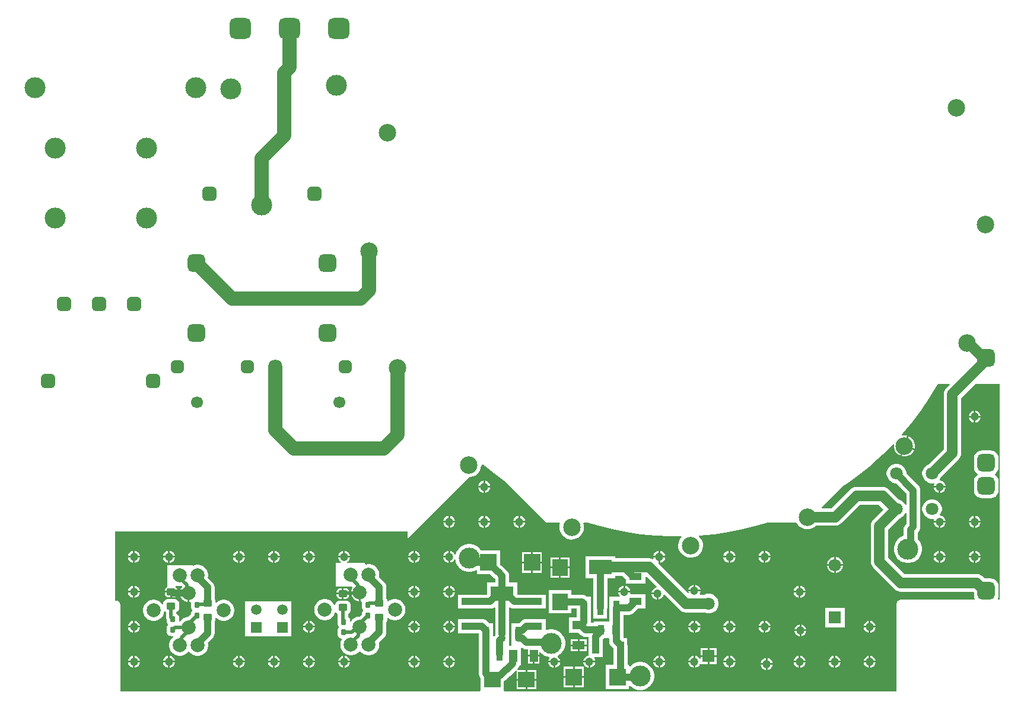
<source format=gtl>
G04*
G04 #@! TF.GenerationSoftware,Altium Limited,Altium Designer,22.9.1 (49)*
G04*
G04 Layer_Physical_Order=1*
G04 Layer_Color=255*
%FSLAX25Y25*%
%MOIN*%
G70*
G04*
G04 #@! TF.SameCoordinates,1257689D-38EC-466F-A697-83967F765A24*
G04*
G04*
G04 #@! TF.FilePolarity,Positive*
G04*
G01*
G75*
G04:AMPARAMS|DCode=42|XSize=39.37mil|YSize=49.21mil|CornerRadius=9.84mil|HoleSize=0mil|Usage=FLASHONLY|Rotation=90.000|XOffset=0mil|YOffset=0mil|HoleType=Round|Shape=RoundedRectangle|*
%AMROUNDEDRECTD42*
21,1,0.03937,0.02953,0,0,90.0*
21,1,0.01968,0.04921,0,0,90.0*
1,1,0.01968,0.01476,0.00984*
1,1,0.01968,0.01476,-0.00984*
1,1,0.01968,-0.01476,-0.00984*
1,1,0.01968,-0.01476,0.00984*
%
%ADD42ROUNDEDRECTD42*%
G04:AMPARAMS|DCode=43|XSize=31.5mil|YSize=29.53mil|CornerRadius=7.38mil|HoleSize=0mil|Usage=FLASHONLY|Rotation=90.000|XOffset=0mil|YOffset=0mil|HoleType=Round|Shape=RoundedRectangle|*
%AMROUNDEDRECTD43*
21,1,0.03150,0.01476,0,0,90.0*
21,1,0.01673,0.02953,0,0,90.0*
1,1,0.01476,0.00738,0.00837*
1,1,0.01476,0.00738,-0.00837*
1,1,0.01476,-0.00738,-0.00837*
1,1,0.01476,-0.00738,0.00837*
%
%ADD43ROUNDEDRECTD43*%
%ADD44R,0.09252X0.09646*%
%ADD45R,0.03740X0.08465*%
%ADD46R,0.12795X0.08465*%
%ADD47R,0.03740X0.05512*%
%ADD48R,0.03937X0.06890*%
%ADD49R,0.07087X0.04528*%
%ADD50R,0.06890X0.03937*%
%ADD51R,0.04528X0.07087*%
%ADD52R,0.08858X0.09252*%
%ADD53R,0.09252X0.08858*%
%ADD54C,0.03937*%
%ADD55C,0.05906*%
%ADD56C,0.01968*%
%ADD57C,0.07874*%
G04:AMPARAMS|DCode=58|XSize=78.74mil|YSize=78.74mil|CornerRadius=19.68mil|HoleSize=0mil|Usage=FLASHONLY|Rotation=0.000|XOffset=0mil|YOffset=0mil|HoleType=Round|Shape=RoundedRectangle|*
%AMROUNDEDRECTD58*
21,1,0.07874,0.03937,0,0,0.0*
21,1,0.03937,0.07874,0,0,0.0*
1,1,0.03937,0.01968,-0.01968*
1,1,0.03937,-0.01968,-0.01968*
1,1,0.03937,-0.01968,0.01968*
1,1,0.03937,0.01968,0.01968*
%
%ADD58ROUNDEDRECTD58*%
G04:AMPARAMS|DCode=59|XSize=98.43mil|YSize=98.43mil|CornerRadius=24.61mil|HoleSize=0mil|Usage=FLASHONLY|Rotation=90.000|XOffset=0mil|YOffset=0mil|HoleType=Round|Shape=RoundedRectangle|*
%AMROUNDEDRECTD59*
21,1,0.09843,0.04921,0,0,90.0*
21,1,0.04921,0.09843,0,0,90.0*
1,1,0.04921,0.02461,0.02461*
1,1,0.04921,0.02461,-0.02461*
1,1,0.04921,-0.02461,-0.02461*
1,1,0.04921,-0.02461,0.02461*
%
%ADD59ROUNDEDRECTD59*%
%ADD60R,0.07087X0.07087*%
%ADD61C,0.07087*%
%ADD62C,0.09843*%
G04:AMPARAMS|DCode=63|XSize=70.87mil|YSize=70.87mil|CornerRadius=17.72mil|HoleSize=0mil|Usage=FLASHONLY|Rotation=0.000|XOffset=0mil|YOffset=0mil|HoleType=Round|Shape=RoundedRectangle|*
%AMROUNDEDRECTD63*
21,1,0.07087,0.03543,0,0,0.0*
21,1,0.03543,0.07087,0,0,0.0*
1,1,0.03543,0.01772,-0.01772*
1,1,0.03543,-0.01772,-0.01772*
1,1,0.03543,-0.01772,0.01772*
1,1,0.03543,0.01772,0.01772*
%
%ADD63ROUNDEDRECTD63*%
G04:AMPARAMS|DCode=64|XSize=98.43mil|YSize=98.43mil|CornerRadius=24.61mil|HoleSize=0mil|Usage=FLASHONLY|Rotation=0.000|XOffset=0mil|YOffset=0mil|HoleType=Round|Shape=RoundedRectangle|*
%AMROUNDEDRECTD64*
21,1,0.09843,0.04921,0,0,0.0*
21,1,0.04921,0.09843,0,0,0.0*
1,1,0.04921,0.02461,-0.02461*
1,1,0.04921,-0.02461,-0.02461*
1,1,0.04921,-0.02461,0.02461*
1,1,0.04921,0.02461,0.02461*
%
%ADD64ROUNDEDRECTD64*%
%ADD65C,0.07874*%
%ADD66C,0.11811*%
%ADD67R,0.05906X0.05906*%
%ADD68C,0.05906*%
G04:AMPARAMS|DCode=69|XSize=118.11mil|YSize=118.11mil|CornerRadius=29.53mil|HoleSize=0mil|Usage=FLASHONLY|Rotation=0.000|XOffset=0mil|YOffset=0mil|HoleType=Round|Shape=RoundedRectangle|*
%AMROUNDEDRECTD69*
21,1,0.11811,0.05906,0,0,0.0*
21,1,0.05906,0.11811,0,0,0.0*
1,1,0.05906,0.02953,-0.02953*
1,1,0.05906,-0.02953,-0.02953*
1,1,0.05906,-0.02953,0.02953*
1,1,0.05906,0.02953,0.02953*
%
%ADD69ROUNDEDRECTD69*%
%ADD70C,0.06693*%
%ADD71C,0.04724*%
G36*
X276026Y-165483D02*
X275194D01*
X274917Y-164983D01*
X275276Y-164117D01*
X275428Y-162961D01*
Y-158039D01*
X275276Y-156883D01*
X274830Y-155806D01*
X274119Y-154880D01*
X273194Y-154171D01*
X272117Y-153724D01*
X270961Y-153572D01*
X267592D01*
X266510Y-152490D01*
X265482Y-151701D01*
X264285Y-151205D01*
X263000Y-151036D01*
X222556D01*
X213464Y-141944D01*
Y-126056D01*
X219794Y-119726D01*
X220128Y-119636D01*
X221384Y-118911D01*
X222410Y-117884D01*
X223029Y-116813D01*
X223529Y-116947D01*
Y-122855D01*
X223199Y-123186D01*
X222568Y-124008D01*
X222171Y-124966D01*
X222036Y-125993D01*
Y-129498D01*
X220770Y-130022D01*
X219481Y-130884D01*
X218384Y-131981D01*
X217522Y-133270D01*
X216929Y-134703D01*
X216626Y-136224D01*
Y-137776D01*
X216929Y-139297D01*
X217522Y-140730D01*
X218384Y-142019D01*
X219481Y-143116D01*
X220770Y-143978D01*
X222203Y-144571D01*
X223725Y-144874D01*
X225275D01*
X226797Y-144571D01*
X228230Y-143978D01*
X229519Y-143116D01*
X230616Y-142019D01*
X231478Y-140730D01*
X232071Y-139297D01*
X232374Y-137776D01*
Y-136224D01*
X232071Y-134703D01*
X231478Y-133270D01*
X230616Y-131981D01*
X229978Y-131342D01*
Y-127638D01*
X230308Y-127308D01*
X230939Y-126486D01*
X231336Y-125528D01*
X231471Y-124500D01*
Y-104000D01*
X231336Y-102972D01*
X230939Y-102015D01*
X230308Y-101192D01*
X223512Y-94396D01*
Y-93774D01*
X223136Y-92373D01*
X222410Y-91116D01*
X221384Y-90089D01*
X220128Y-89364D01*
X218726Y-88988D01*
X217274D01*
X215873Y-89364D01*
X214616Y-90089D01*
X213589Y-91116D01*
X212864Y-92373D01*
X212488Y-93774D01*
Y-95226D01*
X212864Y-96627D01*
X213589Y-97884D01*
X214616Y-98910D01*
X215873Y-99636D01*
X217274Y-100012D01*
X217896D01*
X223529Y-105645D01*
Y-112053D01*
X223029Y-112187D01*
X222410Y-111116D01*
X221384Y-110090D01*
X220128Y-109364D01*
X219358Y-109158D01*
X213690Y-103490D01*
X212662Y-102701D01*
X211465Y-102205D01*
X210180Y-102036D01*
X195602D01*
X194318Y-102205D01*
X193121Y-102701D01*
X192093Y-103490D01*
X181579Y-114003D01*
X176150D01*
X175959Y-113541D01*
X187568Y-101932D01*
X191356Y-99401D01*
X191392Y-99365D01*
X191437Y-99344D01*
X197958Y-94508D01*
X197991Y-94471D01*
X198035Y-94447D01*
X204311Y-89297D01*
X204343Y-89258D01*
X204385Y-89233D01*
X210401Y-83781D01*
X210431Y-83740D01*
X210472Y-83713D01*
X216152Y-78033D01*
X216379Y-78086D01*
X216624Y-78253D01*
X216559Y-78676D01*
X216610Y-79841D01*
X216887Y-80974D01*
X217380Y-82031D01*
X218070Y-82972D01*
X218930Y-83760D01*
X219927Y-84365D01*
X220005Y-84393D01*
X222030Y-78829D01*
X224055Y-73265D01*
X223977Y-73236D01*
X222824Y-73059D01*
X221659Y-73110D01*
X221195Y-73224D01*
X220927Y-72774D01*
X221733Y-71885D01*
X221758Y-71842D01*
X221797Y-71811D01*
X226947Y-65535D01*
X226971Y-65491D01*
X227008Y-65457D01*
X231844Y-58937D01*
X231865Y-58891D01*
X231901Y-58856D01*
X234432Y-55068D01*
X234500Y-55000D01*
X234519Y-54938D01*
X236411Y-52106D01*
X236430Y-52060D01*
X236464Y-52023D01*
X240637Y-45059D01*
X240654Y-45012D01*
X240686Y-44973D01*
X241206Y-44000D01*
X247772D01*
X247963Y-44462D01*
X245990Y-46435D01*
X245201Y-47463D01*
X244705Y-48660D01*
X244536Y-49945D01*
Y-80944D01*
X236206Y-89275D01*
X235873Y-89364D01*
X234616Y-90089D01*
X233590Y-91116D01*
X232864Y-92373D01*
X232488Y-93774D01*
Y-95226D01*
X232864Y-96627D01*
X233590Y-97884D01*
X234616Y-98910D01*
X235873Y-99636D01*
X237274Y-100012D01*
X238726D01*
X239002Y-99938D01*
X239331Y-100367D01*
X239158Y-100667D01*
X238945Y-101465D01*
X245638D01*
X245424Y-100667D01*
X244982Y-99900D01*
X244356Y-99274D01*
X243589Y-98831D01*
X242734Y-98602D01*
X242400D01*
X242193Y-98102D01*
X242411Y-97884D01*
X243136Y-96627D01*
X243226Y-96294D01*
X253010Y-86510D01*
X253799Y-85482D01*
X254295Y-84285D01*
X254464Y-83000D01*
Y-52001D01*
X262465Y-44000D01*
X276026D01*
Y-165483D01*
D02*
G37*
G36*
X-13001Y-90372D02*
X-12328Y-90957D01*
X-11163Y-91880D01*
X-8035Y-94447D01*
X-7991Y-94471D01*
X-7958Y-94508D01*
X-1446Y-99337D01*
X21217Y-122000D01*
X28768D01*
X29055Y-122410D01*
X28829Y-123031D01*
X28622Y-124373D01*
X28681Y-125728D01*
X29004Y-127047D01*
X29578Y-128277D01*
X30380Y-129371D01*
X31381Y-130288D01*
X32541Y-130992D01*
X33816Y-131456D01*
X35158Y-131663D01*
X36514Y-131604D01*
X37832Y-131281D01*
X39062Y-130708D01*
X40156Y-129905D01*
X41073Y-128904D01*
X41777Y-127744D01*
X42241Y-126469D01*
X42448Y-125127D01*
X42389Y-123772D01*
X42077Y-122500D01*
X42103Y-122341D01*
X42320Y-122000D01*
X44259D01*
X50302Y-123833D01*
X50352Y-123838D01*
X50397Y-123860D01*
X58272Y-125832D01*
X58322Y-125835D01*
X58368Y-125854D01*
X66331Y-127437D01*
X66381D01*
X66428Y-127454D01*
X74458Y-128646D01*
X74508Y-128643D01*
X74556Y-128658D01*
X82635Y-129453D01*
X82685Y-129448D01*
X82734Y-129461D01*
X90842Y-129859D01*
X90892Y-129852D01*
X90941Y-129861D01*
X97054D01*
X97274Y-130361D01*
X96801Y-130878D01*
X96097Y-132038D01*
X95632Y-133313D01*
X95426Y-134655D01*
X95485Y-136011D01*
X95808Y-137329D01*
X96381Y-138559D01*
X97184Y-139653D01*
X98184Y-140570D01*
X99345Y-141274D01*
X100620Y-141738D01*
X101961Y-141945D01*
X103317Y-141886D01*
X104636Y-141563D01*
X105866Y-140990D01*
X106960Y-140187D01*
X107877Y-139186D01*
X108581Y-138026D01*
X109045Y-136751D01*
X109252Y-135409D01*
X109192Y-134054D01*
X108870Y-132735D01*
X108296Y-131505D01*
X107494Y-130411D01*
X106976Y-129937D01*
X107146Y-129466D01*
X107266Y-129461D01*
X107315Y-129448D01*
X107365Y-129453D01*
X115444Y-128658D01*
X115492Y-128643D01*
X115542Y-128646D01*
X123572Y-127454D01*
X123619Y-127437D01*
X123669D01*
X131632Y-125854D01*
X131678Y-125835D01*
X131728Y-125832D01*
X139603Y-123860D01*
X139648Y-123838D01*
X139698Y-123833D01*
X145741Y-122000D01*
X161804D01*
X162035Y-122494D01*
X162837Y-123588D01*
X163838Y-124505D01*
X164998Y-125209D01*
X166273Y-125673D01*
X167615Y-125880D01*
X168971Y-125820D01*
X170289Y-125498D01*
X171519Y-124924D01*
X172613Y-124122D01*
X172789Y-123931D01*
X183635D01*
X184920Y-123761D01*
X186117Y-123266D01*
X187145Y-122477D01*
X197658Y-111964D01*
X208124D01*
X210820Y-114660D01*
X204990Y-120490D01*
X204201Y-121518D01*
X203705Y-122715D01*
X203536Y-124000D01*
Y-144000D01*
X203705Y-145285D01*
X204201Y-146482D01*
X204990Y-147510D01*
X216990Y-159510D01*
X218018Y-160299D01*
X219215Y-160795D01*
X220500Y-160964D01*
X260944D01*
X261572Y-161592D01*
Y-162961D01*
X261724Y-164117D01*
X262083Y-164983D01*
X261806Y-165483D01*
X220500D01*
X219537Y-165675D01*
X218720Y-166220D01*
X218175Y-167037D01*
X217983Y-168000D01*
Y-216971D01*
X-2082D01*
X-2551Y-216898D01*
X-2551Y-216471D01*
Y-211476D01*
X-1732Y-210847D01*
X725Y-208391D01*
X913Y-208313D01*
X1735Y-207682D01*
X4020Y-205397D01*
X4520Y-205604D01*
Y-210000D01*
X9646D01*
Y-205071D01*
X5053D01*
X4846Y-204571D01*
X5304Y-204113D01*
X5935Y-203291D01*
X6258Y-202512D01*
X7024D01*
Y-192687D01*
X7524Y-192461D01*
X8172Y-192959D01*
X9130Y-193355D01*
X10158Y-193491D01*
X10945D01*
Y-196500D01*
X14209D01*
X17472D01*
Y-195233D01*
X17972Y-195108D01*
X18981Y-196116D01*
X20270Y-196978D01*
X21703Y-197571D01*
X22878Y-197805D01*
X23065Y-198325D01*
X22623Y-199092D01*
X22409Y-199890D01*
X29103D01*
X28889Y-199092D01*
X28446Y-198325D01*
X27820Y-197699D01*
X27544Y-197540D01*
X27577Y-197041D01*
X27730Y-196978D01*
X29019Y-196116D01*
X30116Y-195019D01*
X30978Y-193730D01*
X31571Y-192297D01*
X31874Y-190776D01*
Y-189225D01*
X31571Y-187703D01*
X30978Y-186270D01*
X30116Y-184981D01*
X29019Y-183884D01*
X27730Y-183022D01*
X26297Y-182429D01*
X24776Y-182126D01*
X23224D01*
X21703Y-182429D01*
X21329Y-182583D01*
X20913Y-182306D01*
Y-176453D01*
X15758D01*
X15500Y-176419D01*
X10083D01*
X9055Y-176554D01*
X8097Y-176951D01*
X7275Y-177582D01*
X6174Y-178683D01*
X5654D01*
X5395Y-178717D01*
X1716D01*
Y-181746D01*
X1584Y-182752D01*
Y-187083D01*
X1716Y-188088D01*
Y-191118D01*
X1403Y-191488D01*
X652D01*
X339Y-191118D01*
Y-187439D01*
X372Y-187181D01*
X339Y-186923D01*
Y-185923D01*
X471Y-184917D01*
Y-170049D01*
X919Y-169828D01*
X1207Y-170049D01*
X2165Y-170446D01*
X3193Y-170581D01*
X15500D01*
X15758Y-170547D01*
X20913D01*
Y-162673D01*
X15758D01*
X15500Y-162639D01*
X4866D01*
Y-155882D01*
X471D01*
Y-152205D01*
X336Y-151177D01*
X-61Y-150219D01*
X-692Y-149397D01*
X-2998Y-147091D01*
X-3821Y-146459D01*
X-3830Y-146456D01*
X-4610Y-145676D01*
Y-137709D01*
X-15397D01*
X-15884Y-136981D01*
X-16981Y-135884D01*
X-18270Y-135022D01*
X-19703Y-134429D01*
X-21225Y-134126D01*
X-22775D01*
X-24297Y-134429D01*
X-25730Y-135022D01*
X-27019Y-135884D01*
X-28116Y-136981D01*
X-28978Y-138270D01*
X-29571Y-139703D01*
X-29642Y-140060D01*
X-30156Y-140077D01*
X-30166Y-140037D01*
X-30609Y-139270D01*
X-31235Y-138644D01*
X-32001Y-138202D01*
X-32799Y-137988D01*
Y-141335D01*
Y-144682D01*
X-32001Y-144468D01*
X-31235Y-144025D01*
X-30609Y-143399D01*
X-30349Y-142949D01*
X-29822Y-143036D01*
X-29571Y-144297D01*
X-28978Y-145730D01*
X-28116Y-147019D01*
X-27019Y-148116D01*
X-25730Y-148978D01*
X-24297Y-149571D01*
X-22775Y-149874D01*
X-21225D01*
X-19703Y-149571D01*
X-18270Y-148978D01*
X-18240Y-148958D01*
X-17799Y-149194D01*
Y-151291D01*
X-10226D01*
X-8811Y-152706D01*
X-7989Y-153337D01*
X-7979Y-153341D01*
X-7471Y-153849D01*
Y-155882D01*
X-11866D01*
Y-162639D01*
X-23000D01*
X-23258Y-162673D01*
X-28413D01*
Y-170547D01*
X-23258D01*
X-23000Y-170581D01*
X-10193D01*
X-9165Y-170446D01*
X-8207Y-170049D01*
X-7919Y-169828D01*
X-7471Y-170049D01*
Y-184917D01*
X-7410Y-185377D01*
X-7773Y-185739D01*
X-8084Y-186145D01*
X-8584Y-185976D01*
Y-182752D01*
X-8716Y-181746D01*
Y-178717D01*
X-10975D01*
X-12109Y-177582D01*
X-12932Y-176951D01*
X-13890Y-176554D01*
X-14917Y-176419D01*
X-23000D01*
X-23258Y-176453D01*
X-28413D01*
Y-184327D01*
X-23258D01*
X-23000Y-184361D01*
X-16562D01*
X-16526Y-184397D01*
Y-192276D01*
X-16776D01*
Y-201724D01*
X-16526D01*
Y-207287D01*
X-16391Y-208315D01*
X-15994Y-209273D01*
X-15740Y-209604D01*
X-15740Y-216898D01*
X-16210Y-216971D01*
X-217983D01*
Y-168500D01*
X-218175Y-167537D01*
X-218720Y-166720D01*
X-219537Y-166175D01*
X-220500Y-165983D01*
X-221000D01*
Y-127000D01*
X-56500D01*
Y-131208D01*
X-21857Y-96565D01*
X-21270Y-96540D01*
X-19952Y-96217D01*
X-18722Y-95643D01*
X-17627Y-94841D01*
X-16711Y-93840D01*
X-16007Y-92680D01*
X-15542Y-91405D01*
X-15336Y-90063D01*
X-15337Y-90045D01*
X-14761Y-89469D01*
X-14311Y-89297D01*
X-13001Y-90372D01*
D02*
G37*
%LPC*%
G36*
X262476Y-59248D02*
Y-62094D01*
X265323D01*
X265109Y-61297D01*
X264667Y-60530D01*
X264041Y-59904D01*
X263274Y-59461D01*
X262476Y-59248D01*
D02*
G37*
G36*
X261476D02*
X260679Y-59461D01*
X259912Y-59904D01*
X259286Y-60530D01*
X258843Y-61297D01*
X258630Y-62094D01*
X261476D01*
Y-59248D01*
D02*
G37*
G36*
X265323Y-63095D02*
X262476D01*
Y-65941D01*
X263274Y-65728D01*
X264041Y-65285D01*
X264667Y-64659D01*
X265109Y-63892D01*
X265323Y-63095D01*
D02*
G37*
G36*
X261476D02*
X258630D01*
X258843Y-63892D01*
X259286Y-64659D01*
X259912Y-65285D01*
X260679Y-65728D01*
X261476Y-65941D01*
Y-63095D01*
D02*
G37*
G36*
X224995Y-73607D02*
X223141Y-78701D01*
X228235Y-80555D01*
X228264Y-80477D01*
X228441Y-79324D01*
X228390Y-78159D01*
X228113Y-77026D01*
X227620Y-75969D01*
X226930Y-75028D01*
X226070Y-74240D01*
X225073Y-73635D01*
X224995Y-73607D01*
D02*
G37*
G36*
X222799Y-79641D02*
X220945Y-84735D01*
X221023Y-84764D01*
X222176Y-84941D01*
X223341Y-84890D01*
X224474Y-84613D01*
X225531Y-84120D01*
X226472Y-83430D01*
X227260Y-82570D01*
X227865Y-81573D01*
X227893Y-81495D01*
X222799Y-79641D01*
D02*
G37*
G36*
X245638Y-102465D02*
X242791D01*
Y-105311D01*
X243589Y-105098D01*
X244356Y-104655D01*
X244982Y-104029D01*
X245424Y-103262D01*
X245638Y-102465D01*
D02*
G37*
G36*
X241791D02*
X238945D01*
X239158Y-103262D01*
X239601Y-104029D01*
X240227Y-104655D01*
X240994Y-105098D01*
X241791Y-105311D01*
Y-102465D01*
D02*
G37*
G36*
X270961Y-81572D02*
X266039D01*
X264883Y-81724D01*
X263806Y-82170D01*
X262880Y-82881D01*
X262171Y-83806D01*
X261724Y-84883D01*
X261572Y-86039D01*
Y-90961D01*
X261724Y-92117D01*
X262171Y-93194D01*
X262880Y-94120D01*
X263598Y-94670D01*
X263620Y-94717D01*
Y-95227D01*
X263598Y-95275D01*
X262880Y-95825D01*
X262171Y-96751D01*
X261724Y-97828D01*
X261572Y-98984D01*
Y-103905D01*
X261724Y-105062D01*
X262171Y-106139D01*
X262880Y-107064D01*
X263806Y-107774D01*
X264883Y-108221D01*
X266039Y-108373D01*
X270961D01*
X272117Y-108221D01*
X273194Y-107774D01*
X274119Y-107064D01*
X274830Y-106139D01*
X275276Y-105062D01*
X275428Y-103905D01*
Y-98984D01*
X275276Y-97828D01*
X274830Y-96751D01*
X274119Y-95825D01*
X273402Y-95275D01*
X273380Y-95227D01*
Y-94717D01*
X273402Y-94670D01*
X274119Y-94120D01*
X274830Y-93194D01*
X275276Y-92117D01*
X275428Y-90961D01*
Y-86039D01*
X275276Y-84883D01*
X274830Y-83806D01*
X274119Y-82881D01*
X273194Y-82170D01*
X272117Y-81724D01*
X270961Y-81572D01*
D02*
G37*
G36*
X262476Y-118303D02*
Y-121150D01*
X265323D01*
X265109Y-120352D01*
X264667Y-119585D01*
X264041Y-118959D01*
X263274Y-118517D01*
X262476Y-118303D01*
D02*
G37*
G36*
X261476D02*
X260679Y-118517D01*
X259912Y-118959D01*
X259286Y-119585D01*
X258843Y-120352D01*
X258630Y-121150D01*
X261476D01*
Y-118303D01*
D02*
G37*
G36*
X238726Y-108988D02*
X237274D01*
X235873Y-109364D01*
X234616Y-110090D01*
X233590Y-111116D01*
X232864Y-112373D01*
X232488Y-113774D01*
Y-115226D01*
X232864Y-116628D01*
X233590Y-117884D01*
X234616Y-118911D01*
X235873Y-119636D01*
X237274Y-120012D01*
X238726D01*
X238866Y-119974D01*
X239141Y-120418D01*
X238945Y-121150D01*
X245638D01*
X245424Y-120352D01*
X244982Y-119585D01*
X244356Y-118959D01*
X243589Y-118517D01*
X242734Y-118287D01*
X242644D01*
X242466Y-117787D01*
X243136Y-116628D01*
X243512Y-115226D01*
Y-113774D01*
X243136Y-112373D01*
X242411Y-111116D01*
X241384Y-110090D01*
X240127Y-109364D01*
X238726Y-108988D01*
D02*
G37*
G36*
X265323Y-122150D02*
X262476D01*
Y-124996D01*
X263274Y-124783D01*
X264041Y-124340D01*
X264667Y-123714D01*
X265109Y-122947D01*
X265323Y-122150D01*
D02*
G37*
G36*
X261476D02*
X258630D01*
X258843Y-122947D01*
X259286Y-123714D01*
X259912Y-124340D01*
X260679Y-124783D01*
X261476Y-124996D01*
Y-122150D01*
D02*
G37*
G36*
X245638D02*
X242791D01*
Y-124996D01*
X243589Y-124783D01*
X244356Y-124340D01*
X244982Y-123714D01*
X245424Y-122947D01*
X245638Y-122150D01*
D02*
G37*
G36*
X241791D02*
X238945D01*
X239158Y-122947D01*
X239601Y-123714D01*
X240227Y-124340D01*
X240994Y-124783D01*
X241791Y-124996D01*
Y-122150D01*
D02*
G37*
G36*
X262476Y-137988D02*
Y-140835D01*
X265323D01*
X265109Y-140037D01*
X264667Y-139270D01*
X264041Y-138644D01*
X263274Y-138202D01*
X262476Y-137988D01*
D02*
G37*
G36*
X261476D02*
X260679Y-138202D01*
X259912Y-138644D01*
X259286Y-139270D01*
X258843Y-140037D01*
X258630Y-140835D01*
X261476D01*
Y-137988D01*
D02*
G37*
G36*
X242791D02*
Y-140835D01*
X245638D01*
X245424Y-140037D01*
X244982Y-139270D01*
X244356Y-138644D01*
X243589Y-138202D01*
X242791Y-137988D01*
D02*
G37*
G36*
X241791D02*
X240994Y-138202D01*
X240227Y-138644D01*
X239601Y-139270D01*
X239158Y-140037D01*
X238945Y-140835D01*
X241791D01*
Y-137988D01*
D02*
G37*
G36*
X265323Y-141835D02*
X262476D01*
Y-144682D01*
X263274Y-144468D01*
X264041Y-144025D01*
X264667Y-143399D01*
X265109Y-142632D01*
X265323Y-141835D01*
D02*
G37*
G36*
X261476D02*
X258630D01*
X258843Y-142632D01*
X259286Y-143399D01*
X259912Y-144025D01*
X260679Y-144468D01*
X261476Y-144682D01*
Y-141835D01*
D02*
G37*
G36*
X245638D02*
X242791D01*
Y-144682D01*
X243589Y-144468D01*
X244356Y-144025D01*
X244982Y-143399D01*
X245424Y-142632D01*
X245638Y-141835D01*
D02*
G37*
G36*
X241791D02*
X238945D01*
X239158Y-142632D01*
X239601Y-143399D01*
X240227Y-144025D01*
X240994Y-144468D01*
X241791Y-144682D01*
Y-141835D01*
D02*
G37*
G36*
X-13114Y-98618D02*
Y-101465D01*
X-10267D01*
X-10481Y-100667D01*
X-10924Y-99900D01*
X-11550Y-99274D01*
X-12316Y-98831D01*
X-13114Y-98618D01*
D02*
G37*
G36*
X-14114D02*
X-14912Y-98831D01*
X-15679Y-99274D01*
X-16305Y-99900D01*
X-16747Y-100667D01*
X-16961Y-101465D01*
X-14114D01*
Y-98618D01*
D02*
G37*
G36*
X-10267Y-102465D02*
X-13114D01*
Y-105311D01*
X-12316Y-105098D01*
X-11550Y-104655D01*
X-10924Y-104029D01*
X-10481Y-103262D01*
X-10267Y-102465D01*
D02*
G37*
G36*
X-14114D02*
X-16961D01*
X-16747Y-103262D01*
X-16305Y-104029D01*
X-15679Y-104655D01*
X-14912Y-105098D01*
X-14114Y-105311D01*
Y-102465D01*
D02*
G37*
G36*
X6571Y-118303D02*
Y-121150D01*
X9418D01*
X9204Y-120352D01*
X8761Y-119585D01*
X8135Y-118959D01*
X7369Y-118517D01*
X6571Y-118303D01*
D02*
G37*
G36*
X5571D02*
X4773Y-118517D01*
X4006Y-118959D01*
X3380Y-119585D01*
X2938Y-120352D01*
X2724Y-121150D01*
X5571D01*
Y-118303D01*
D02*
G37*
G36*
X-13114D02*
Y-121150D01*
X-10267D01*
X-10481Y-120352D01*
X-10924Y-119585D01*
X-11550Y-118959D01*
X-12316Y-118517D01*
X-13114Y-118303D01*
D02*
G37*
G36*
X-14114D02*
X-14912Y-118517D01*
X-15679Y-118959D01*
X-16305Y-119585D01*
X-16747Y-120352D01*
X-16961Y-121150D01*
X-14114D01*
Y-118303D01*
D02*
G37*
G36*
X-32799D02*
Y-121150D01*
X-29952D01*
X-30166Y-120352D01*
X-30609Y-119585D01*
X-31235Y-118959D01*
X-32001Y-118517D01*
X-32799Y-118303D01*
D02*
G37*
G36*
X-33799D02*
X-34597Y-118517D01*
X-35364Y-118959D01*
X-35990Y-119585D01*
X-36432Y-120352D01*
X-36646Y-121150D01*
X-33799D01*
Y-118303D01*
D02*
G37*
G36*
X9418Y-122150D02*
X6571D01*
Y-124996D01*
X7369Y-124783D01*
X8135Y-124340D01*
X8761Y-123714D01*
X9204Y-122947D01*
X9418Y-122150D01*
D02*
G37*
G36*
X5571D02*
X2724D01*
X2938Y-122947D01*
X3380Y-123714D01*
X4006Y-124340D01*
X4773Y-124783D01*
X5571Y-124996D01*
Y-122150D01*
D02*
G37*
G36*
X-10267D02*
X-13114D01*
Y-124996D01*
X-12316Y-124783D01*
X-11550Y-124340D01*
X-10924Y-123714D01*
X-10481Y-122947D01*
X-10267Y-122150D01*
D02*
G37*
G36*
X-14114D02*
X-16961D01*
X-16747Y-122947D01*
X-16305Y-123714D01*
X-15679Y-124340D01*
X-14912Y-124783D01*
X-14114Y-124996D01*
Y-122150D01*
D02*
G37*
G36*
X-29952D02*
X-32799D01*
Y-124996D01*
X-32001Y-124783D01*
X-31235Y-124340D01*
X-30609Y-123714D01*
X-30166Y-122947D01*
X-29952Y-122150D01*
D02*
G37*
G36*
X-33799D02*
X-36646D01*
X-36432Y-122947D01*
X-35990Y-123714D01*
X-35364Y-124340D01*
X-34597Y-124783D01*
X-33799Y-124996D01*
Y-122150D01*
D02*
G37*
G36*
X144366Y-137988D02*
Y-140835D01*
X147213D01*
X146999Y-140037D01*
X146557Y-139270D01*
X145931Y-138644D01*
X145164Y-138202D01*
X144366Y-137988D01*
D02*
G37*
G36*
X143366D02*
X142568Y-138202D01*
X141802Y-138644D01*
X141176Y-139270D01*
X140733Y-140037D01*
X140519Y-140835D01*
X143366D01*
Y-137988D01*
D02*
G37*
G36*
X124681D02*
Y-140835D01*
X127528D01*
X127314Y-140037D01*
X126872Y-139270D01*
X126246Y-138644D01*
X125479Y-138202D01*
X124681Y-137988D01*
D02*
G37*
G36*
X123681D02*
X122883Y-138202D01*
X122117Y-138644D01*
X121491Y-139270D01*
X121048Y-140037D01*
X120834Y-140835D01*
X123681D01*
Y-137988D01*
D02*
G37*
G36*
X85311D02*
Y-140835D01*
X88158D01*
X87944Y-140037D01*
X87502Y-139270D01*
X86875Y-138644D01*
X86109Y-138202D01*
X85311Y-137988D01*
D02*
G37*
G36*
X84311D02*
X83513Y-138202D01*
X82747Y-138644D01*
X82121Y-139270D01*
X81678Y-140037D01*
X81464Y-140835D01*
X84311D01*
Y-137988D01*
D02*
G37*
G36*
X-33799D02*
X-34597Y-138202D01*
X-35364Y-138644D01*
X-35990Y-139270D01*
X-36432Y-140037D01*
X-36646Y-140835D01*
X-33799D01*
Y-137988D01*
D02*
G37*
G36*
X-52484D02*
Y-140835D01*
X-49637D01*
X-49851Y-140037D01*
X-50294Y-139270D01*
X-50920Y-138644D01*
X-51687Y-138202D01*
X-52484Y-137988D01*
D02*
G37*
G36*
X-53484D02*
X-54282Y-138202D01*
X-55049Y-138644D01*
X-55675Y-139270D01*
X-56117Y-140037D01*
X-56331Y-140835D01*
X-53484D01*
Y-137988D01*
D02*
G37*
G36*
X-91854D02*
Y-140835D01*
X-89008D01*
X-89221Y-140037D01*
X-89664Y-139270D01*
X-90290Y-138644D01*
X-91057Y-138202D01*
X-91854Y-137988D01*
D02*
G37*
G36*
X-92854D02*
X-93652Y-138202D01*
X-94419Y-138644D01*
X-95045Y-139270D01*
X-95487Y-140037D01*
X-95701Y-140835D01*
X-92854D01*
Y-137988D01*
D02*
G37*
G36*
X-111539D02*
Y-140835D01*
X-108693D01*
X-108906Y-140037D01*
X-109349Y-139270D01*
X-109975Y-138644D01*
X-110742Y-138202D01*
X-111539Y-137988D01*
D02*
G37*
G36*
X-112539D02*
X-113337Y-138202D01*
X-114104Y-138644D01*
X-114730Y-139270D01*
X-115172Y-140037D01*
X-115386Y-140835D01*
X-112539D01*
Y-137988D01*
D02*
G37*
G36*
X-131224D02*
Y-140835D01*
X-128378D01*
X-128591Y-140037D01*
X-129034Y-139270D01*
X-129660Y-138644D01*
X-130427Y-138202D01*
X-131224Y-137988D01*
D02*
G37*
G36*
X-132224D02*
X-133022Y-138202D01*
X-133789Y-138644D01*
X-134415Y-139270D01*
X-134857Y-140037D01*
X-135071Y-140835D01*
X-132224D01*
Y-137988D01*
D02*
G37*
G36*
X-150909D02*
Y-140835D01*
X-148063D01*
X-148276Y-140037D01*
X-148719Y-139270D01*
X-149345Y-138644D01*
X-150112Y-138202D01*
X-150909Y-137988D01*
D02*
G37*
G36*
X-151909D02*
X-152707Y-138202D01*
X-153474Y-138644D01*
X-154100Y-139270D01*
X-154543Y-140037D01*
X-154756Y-140835D01*
X-151909D01*
Y-137988D01*
D02*
G37*
G36*
X-190279D02*
Y-140835D01*
X-187433D01*
X-187646Y-140037D01*
X-188089Y-139270D01*
X-188715Y-138644D01*
X-189482Y-138202D01*
X-190279Y-137988D01*
D02*
G37*
G36*
X-191279D02*
X-192077Y-138202D01*
X-192844Y-138644D01*
X-193470Y-139270D01*
X-193913Y-140037D01*
X-194126Y-140835D01*
X-191279D01*
Y-137988D01*
D02*
G37*
G36*
X-209965D02*
Y-140835D01*
X-207118D01*
X-207331Y-140037D01*
X-207774Y-139270D01*
X-208400Y-138644D01*
X-209167Y-138202D01*
X-209965Y-137988D01*
D02*
G37*
G36*
X-210965D02*
X-211762Y-138202D01*
X-212529Y-138644D01*
X-213155Y-139270D01*
X-213598Y-140037D01*
X-213811Y-140835D01*
X-210965D01*
Y-137988D01*
D02*
G37*
G36*
X18831Y-138677D02*
X13705D01*
Y-144000D01*
X18831D01*
Y-138677D01*
D02*
G37*
G36*
X12705D02*
X7579D01*
Y-144000D01*
X12705D01*
Y-138677D01*
D02*
G37*
G36*
X147213Y-141835D02*
X144366D01*
Y-144682D01*
X145164Y-144468D01*
X145931Y-144025D01*
X146557Y-143399D01*
X146999Y-142632D01*
X147213Y-141835D01*
D02*
G37*
G36*
X143366D02*
X140519D01*
X140733Y-142632D01*
X141176Y-143399D01*
X141802Y-144025D01*
X142568Y-144468D01*
X143366Y-144682D01*
Y-141835D01*
D02*
G37*
G36*
X127528D02*
X124681D01*
Y-144682D01*
X125479Y-144468D01*
X126246Y-144025D01*
X126872Y-143399D01*
X127314Y-142632D01*
X127528Y-141835D01*
D02*
G37*
G36*
X123681D02*
X120834D01*
X121048Y-142632D01*
X121491Y-143399D01*
X122117Y-144025D01*
X122883Y-144468D01*
X123681Y-144682D01*
Y-141835D01*
D02*
G37*
G36*
X88158D02*
X85311D01*
Y-144682D01*
X86109Y-144468D01*
X86875Y-144025D01*
X87502Y-143399D01*
X87944Y-142632D01*
X88158Y-141835D01*
D02*
G37*
G36*
X-33799D02*
X-36646D01*
X-36432Y-142632D01*
X-35990Y-143399D01*
X-35364Y-144025D01*
X-34597Y-144468D01*
X-33799Y-144682D01*
Y-141835D01*
D02*
G37*
G36*
X-49637D02*
X-52484D01*
Y-144682D01*
X-51687Y-144468D01*
X-50920Y-144025D01*
X-50294Y-143399D01*
X-49851Y-142632D01*
X-49637Y-141835D01*
D02*
G37*
G36*
X-53484D02*
X-56331D01*
X-56117Y-142632D01*
X-55675Y-143399D01*
X-55049Y-144025D01*
X-54282Y-144468D01*
X-53484Y-144682D01*
Y-141835D01*
D02*
G37*
G36*
X-108693D02*
X-111539D01*
Y-144682D01*
X-110742Y-144468D01*
X-109975Y-144025D01*
X-109349Y-143399D01*
X-108906Y-142632D01*
X-108693Y-141835D01*
D02*
G37*
G36*
X-112539D02*
X-115386D01*
X-115172Y-142632D01*
X-114730Y-143399D01*
X-114104Y-144025D01*
X-113337Y-144468D01*
X-112539Y-144682D01*
Y-141835D01*
D02*
G37*
G36*
X-128378D02*
X-131224D01*
Y-144682D01*
X-130427Y-144468D01*
X-129660Y-144025D01*
X-129034Y-143399D01*
X-128591Y-142632D01*
X-128378Y-141835D01*
D02*
G37*
G36*
X-132224D02*
X-135071D01*
X-134857Y-142632D01*
X-134415Y-143399D01*
X-133789Y-144025D01*
X-133022Y-144468D01*
X-132224Y-144682D01*
Y-141835D01*
D02*
G37*
G36*
X-148063D02*
X-150909D01*
Y-144682D01*
X-150112Y-144468D01*
X-149345Y-144025D01*
X-148719Y-143399D01*
X-148276Y-142632D01*
X-148063Y-141835D01*
D02*
G37*
G36*
X-151909D02*
X-154756D01*
X-154543Y-142632D01*
X-154100Y-143399D01*
X-153474Y-144025D01*
X-152707Y-144468D01*
X-151909Y-144682D01*
Y-141835D01*
D02*
G37*
G36*
X-187433D02*
X-190279D01*
Y-144682D01*
X-189482Y-144468D01*
X-188715Y-144025D01*
X-188089Y-143399D01*
X-187646Y-142632D01*
X-187433Y-141835D01*
D02*
G37*
G36*
X-191279D02*
X-194126D01*
X-193913Y-142632D01*
X-193470Y-143399D01*
X-192844Y-144025D01*
X-192077Y-144468D01*
X-191279Y-144682D01*
Y-141835D01*
D02*
G37*
G36*
X-207118D02*
X-209965D01*
Y-144682D01*
X-209167Y-144468D01*
X-208400Y-144025D01*
X-207774Y-143399D01*
X-207331Y-142632D01*
X-207118Y-141835D01*
D02*
G37*
G36*
X-210965D02*
X-213811D01*
X-213598Y-142632D01*
X-213155Y-143399D01*
X-212529Y-144025D01*
X-211762Y-144468D01*
X-210965Y-144682D01*
Y-141835D01*
D02*
G37*
G36*
X184098Y-141429D02*
X184000D01*
Y-145472D01*
X188043D01*
Y-145374D01*
X187734Y-144219D01*
X187136Y-143183D01*
X186290Y-142337D01*
X185254Y-141739D01*
X184098Y-141429D01*
D02*
G37*
G36*
X183000D02*
X182902D01*
X181746Y-141739D01*
X180710Y-142337D01*
X179865Y-143183D01*
X179266Y-144219D01*
X178957Y-145374D01*
Y-145472D01*
X183000D01*
Y-141429D01*
D02*
G37*
G36*
X-174103Y-145909D02*
X-175267D01*
X-176408Y-146136D01*
X-177000Y-146382D01*
X-177500Y-146048D01*
Y-146000D01*
X-191500D01*
Y-157713D01*
X-191500Y-157878D01*
X-191751Y-158273D01*
X-192407Y-158711D01*
X-192845Y-159368D01*
X-192999Y-160142D01*
Y-160626D01*
X-189500D01*
X-186001D01*
Y-160142D01*
X-186154Y-159368D01*
X-186593Y-158711D01*
X-187092Y-158378D01*
X-186940Y-157878D01*
X-183383D01*
X-183192Y-158340D01*
X-183636Y-158784D01*
X-184286Y-159909D01*
X-184622Y-161165D01*
Y-161315D01*
X-179685D01*
Y-161815D01*
X-179185D01*
Y-166752D01*
X-179035D01*
X-178713Y-166666D01*
X-178387Y-167096D01*
X-178468Y-167711D01*
Y-169384D01*
X-178375Y-170090D01*
X-178103Y-170749D01*
X-177794Y-171151D01*
X-177712Y-171500D01*
X-177794Y-171849D01*
X-178103Y-172251D01*
X-178375Y-172910D01*
X-178468Y-173616D01*
Y-173808D01*
X-179940Y-175279D01*
X-180267D01*
X-181408Y-175506D01*
X-182482Y-175952D01*
X-183450Y-176598D01*
X-184272Y-177420D01*
X-184596Y-177905D01*
X-185061Y-177730D01*
X-185074Y-177707D01*
X-185032Y-177384D01*
Y-175711D01*
X-185125Y-175004D01*
X-185398Y-174346D01*
X-185831Y-173780D01*
X-186397Y-173346D01*
X-186522Y-173295D01*
Y-172554D01*
X-185918Y-172090D01*
X-185444Y-171473D01*
X-185147Y-170755D01*
X-185045Y-169984D01*
Y-168016D01*
X-185147Y-167245D01*
X-185444Y-166527D01*
X-185918Y-165910D01*
X-186535Y-165436D01*
X-187253Y-165139D01*
X-188024Y-165038D01*
X-190976D01*
X-191747Y-165139D01*
X-192465Y-165436D01*
X-193082Y-165910D01*
X-193556Y-166527D01*
X-193853Y-167245D01*
X-193955Y-168016D01*
Y-168075D01*
X-194455Y-168227D01*
X-194783Y-167736D01*
X-195606Y-166913D01*
X-196573Y-166267D01*
X-197648Y-165821D01*
X-198788Y-165594D01*
X-199952D01*
X-201093Y-165821D01*
X-202167Y-166267D01*
X-203135Y-166913D01*
X-203957Y-167736D01*
X-204604Y-168703D01*
X-205049Y-169777D01*
X-205276Y-170918D01*
Y-172082D01*
X-205049Y-173223D01*
X-204604Y-174297D01*
X-203957Y-175265D01*
X-203135Y-176087D01*
X-202167Y-176733D01*
X-201093Y-177179D01*
X-199952Y-177406D01*
X-198788D01*
X-197648Y-177179D01*
X-196573Y-176733D01*
X-195606Y-176087D01*
X-194783Y-175265D01*
X-194137Y-174297D01*
X-193692Y-173223D01*
X-193517Y-172345D01*
X-193359Y-172252D01*
X-192976Y-172172D01*
X-192478Y-172554D01*
Y-175449D01*
X-192377Y-176220D01*
X-192079Y-176938D01*
X-191968Y-177083D01*
Y-177384D01*
X-191875Y-178090D01*
X-191603Y-178749D01*
X-191169Y-179314D01*
Y-179686D01*
X-191603Y-180251D01*
X-191875Y-180910D01*
X-191968Y-181616D01*
Y-183289D01*
X-191875Y-183996D01*
X-191603Y-184654D01*
X-191169Y-185220D01*
X-190603Y-185654D01*
X-189945Y-185926D01*
X-189238Y-186019D01*
X-188484D01*
X-188332Y-186519D01*
X-188450Y-186598D01*
X-189272Y-187420D01*
X-189918Y-188388D01*
X-190364Y-189462D01*
X-190591Y-190603D01*
Y-191767D01*
X-190364Y-192908D01*
X-189918Y-193982D01*
X-189272Y-194950D01*
X-188450Y-195772D01*
X-187482Y-196418D01*
X-186408Y-196864D01*
X-185267Y-197091D01*
X-184103D01*
X-182963Y-196864D01*
X-181888Y-196418D01*
X-180921Y-195772D01*
X-180098Y-194950D01*
X-179935Y-194706D01*
X-179435D01*
X-179272Y-194950D01*
X-178450Y-195772D01*
X-177482Y-196418D01*
X-176408Y-196864D01*
X-175267Y-197091D01*
X-174103D01*
X-172962Y-196864D01*
X-171888Y-196418D01*
X-170921Y-195772D01*
X-170098Y-194950D01*
X-169452Y-193982D01*
X-169007Y-192908D01*
X-168780Y-191767D01*
Y-190603D01*
X-168908Y-189958D01*
X-166192Y-187243D01*
X-165561Y-186420D01*
X-165164Y-185462D01*
X-165029Y-184435D01*
Y-178021D01*
X-164944Y-177910D01*
X-164647Y-177192D01*
X-164545Y-176421D01*
Y-175960D01*
X-164083Y-175768D01*
X-163765Y-176087D01*
X-162797Y-176733D01*
X-161723Y-177179D01*
X-160582Y-177406D01*
X-159418D01*
X-158277Y-177179D01*
X-157203Y-176733D01*
X-156236Y-176087D01*
X-155413Y-175265D01*
X-154767Y-174297D01*
X-154321Y-173223D01*
X-154095Y-172082D01*
Y-170918D01*
X-154321Y-169777D01*
X-154767Y-168703D01*
X-155413Y-167736D01*
X-156236Y-166913D01*
X-157203Y-166267D01*
X-158277Y-165821D01*
X-159418Y-165594D01*
X-160582D01*
X-161723Y-165821D01*
X-162797Y-166267D01*
X-163765Y-166913D01*
X-164083Y-167232D01*
X-164545Y-167041D01*
Y-166579D01*
X-164647Y-165808D01*
X-164944Y-165090D01*
X-165029Y-164979D01*
Y-158565D01*
X-165164Y-157538D01*
X-165561Y-156580D01*
X-166192Y-155757D01*
X-168908Y-153042D01*
X-168780Y-152397D01*
Y-151233D01*
X-169007Y-150092D01*
X-169452Y-149018D01*
X-170098Y-148050D01*
X-170921Y-147228D01*
X-171888Y-146582D01*
X-172962Y-146136D01*
X-174103Y-145909D01*
D02*
G37*
G36*
X34429Y-141728D02*
X29500D01*
Y-146854D01*
X34429D01*
Y-141728D01*
D02*
G37*
G36*
X28500D02*
X23571D01*
Y-146854D01*
X28500D01*
Y-141728D01*
D02*
G37*
G36*
X18831Y-145000D02*
X13705D01*
Y-150323D01*
X18831D01*
Y-145000D01*
D02*
G37*
G36*
X12705D02*
X7579D01*
Y-150323D01*
X12705D01*
Y-145000D01*
D02*
G37*
G36*
X188043Y-146472D02*
X184000D01*
Y-150516D01*
X184098D01*
X185254Y-150206D01*
X186290Y-149608D01*
X187136Y-148762D01*
X187734Y-147726D01*
X188043Y-146571D01*
Y-146472D01*
D02*
G37*
G36*
X183000D02*
X178957D01*
Y-146571D01*
X179266Y-147726D01*
X179865Y-148762D01*
X180710Y-149608D01*
X181746Y-150206D01*
X182902Y-150516D01*
X183000D01*
Y-146472D01*
D02*
G37*
G36*
X34429Y-147854D02*
X29500D01*
Y-152980D01*
X34429D01*
Y-147854D01*
D02*
G37*
G36*
X28500D02*
X23571D01*
Y-152980D01*
X28500D01*
Y-147854D01*
D02*
G37*
G36*
X104996Y-157106D02*
Y-159953D01*
X107843D01*
X107629Y-159155D01*
X107186Y-158388D01*
X106561Y-157762D01*
X105794Y-157320D01*
X104996Y-157106D01*
D02*
G37*
G36*
X103996D02*
X103198Y-157320D01*
X102432Y-157762D01*
X101806Y-158388D01*
X101363Y-159155D01*
X101149Y-159953D01*
X103996D01*
Y-157106D01*
D02*
G37*
G36*
X164051Y-157673D02*
Y-160520D01*
X166898D01*
X166684Y-159722D01*
X166242Y-158955D01*
X165616Y-158329D01*
X164849Y-157887D01*
X164051Y-157673D01*
D02*
G37*
G36*
X163051D02*
X162253Y-157887D01*
X161487Y-158329D01*
X160861Y-158955D01*
X160418Y-159722D01*
X160204Y-160520D01*
X163051D01*
Y-157673D01*
D02*
G37*
G36*
X65626D02*
Y-160520D01*
X68473D01*
X68259Y-159722D01*
X67816Y-158955D01*
X67190Y-158329D01*
X66424Y-157887D01*
X65626Y-157673D01*
D02*
G37*
G36*
X64626D02*
X63828Y-157887D01*
X63062Y-158329D01*
X62436Y-158955D01*
X61993Y-159722D01*
X61779Y-160520D01*
X64626D01*
Y-157673D01*
D02*
G37*
G36*
X-32799D02*
Y-160520D01*
X-29952D01*
X-30166Y-159722D01*
X-30609Y-158955D01*
X-31235Y-158329D01*
X-32001Y-157887D01*
X-32799Y-157673D01*
D02*
G37*
G36*
X-33799D02*
X-34597Y-157887D01*
X-35364Y-158329D01*
X-35990Y-158955D01*
X-36432Y-159722D01*
X-36646Y-160520D01*
X-33799D01*
Y-157673D01*
D02*
G37*
G36*
X-52484D02*
Y-160520D01*
X-49637D01*
X-49851Y-159722D01*
X-50294Y-158955D01*
X-50920Y-158329D01*
X-51687Y-157887D01*
X-52484Y-157673D01*
D02*
G37*
G36*
X-53484D02*
X-54282Y-157887D01*
X-55049Y-158329D01*
X-55675Y-158955D01*
X-56117Y-159722D01*
X-56331Y-160520D01*
X-53484D01*
Y-157673D01*
D02*
G37*
G36*
X-209965D02*
Y-160520D01*
X-207118D01*
X-207331Y-159722D01*
X-207774Y-158955D01*
X-208400Y-158329D01*
X-209167Y-157887D01*
X-209965Y-157673D01*
D02*
G37*
G36*
X-210965D02*
X-211762Y-157887D01*
X-212529Y-158329D01*
X-213155Y-158955D01*
X-213598Y-159722D01*
X-213811Y-160520D01*
X-210965D01*
Y-157673D01*
D02*
G37*
G36*
X-91524Y-159056D02*
X-92500D01*
Y-161563D01*
X-89500D01*
Y-161079D01*
X-89654Y-160304D01*
X-90093Y-159648D01*
X-90749Y-159210D01*
X-91524Y-159056D01*
D02*
G37*
G36*
X-93500D02*
X-94476D01*
X-95251Y-159210D01*
X-95907Y-159648D01*
X-96346Y-160304D01*
X-96500Y-161079D01*
Y-161563D01*
X-93500D01*
Y-159056D01*
D02*
G37*
G36*
X-186001Y-161626D02*
X-189000D01*
Y-164133D01*
X-188024D01*
X-187249Y-163979D01*
X-186593Y-163541D01*
X-186154Y-162884D01*
X-186001Y-162110D01*
Y-161626D01*
D02*
G37*
G36*
X-190000D02*
X-192999D01*
Y-162110D01*
X-192845Y-162884D01*
X-192407Y-163541D01*
X-191751Y-163979D01*
X-190976Y-164133D01*
X-190000D01*
Y-161626D01*
D02*
G37*
G36*
X166898Y-161520D02*
X164051D01*
Y-164366D01*
X164849Y-164153D01*
X165616Y-163710D01*
X166242Y-163084D01*
X166684Y-162317D01*
X166898Y-161520D01*
D02*
G37*
G36*
X163051D02*
X160204D01*
X160418Y-162317D01*
X160861Y-163084D01*
X161487Y-163710D01*
X162253Y-164153D01*
X163051Y-164366D01*
Y-161520D01*
D02*
G37*
G36*
X-29952D02*
X-32799D01*
Y-164366D01*
X-32001Y-164153D01*
X-31235Y-163710D01*
X-30609Y-163084D01*
X-30166Y-162317D01*
X-29952Y-161520D01*
D02*
G37*
G36*
X-33799D02*
X-36646D01*
X-36432Y-162317D01*
X-35990Y-163084D01*
X-35364Y-163710D01*
X-34597Y-164153D01*
X-33799Y-164366D01*
Y-161520D01*
D02*
G37*
G36*
X-49637D02*
X-52484D01*
Y-164366D01*
X-51687Y-164153D01*
X-50920Y-163710D01*
X-50294Y-163084D01*
X-49851Y-162317D01*
X-49637Y-161520D01*
D02*
G37*
G36*
X-53484D02*
X-56331D01*
X-56117Y-162317D01*
X-55675Y-163084D01*
X-55049Y-163710D01*
X-54282Y-164153D01*
X-53484Y-164366D01*
Y-161520D01*
D02*
G37*
G36*
X-207118D02*
X-209965D01*
Y-164366D01*
X-209167Y-164153D01*
X-208400Y-163710D01*
X-207774Y-163084D01*
X-207331Y-162317D01*
X-207118Y-161520D01*
D02*
G37*
G36*
X-210965D02*
X-213811D01*
X-213598Y-162317D01*
X-213155Y-163084D01*
X-212529Y-163710D01*
X-211762Y-164153D01*
X-210965Y-164366D01*
Y-161520D01*
D02*
G37*
G36*
X-89500Y-162563D02*
X-92500D01*
Y-165070D01*
X-91524D01*
X-90749Y-164916D01*
X-90093Y-164478D01*
X-89654Y-163821D01*
X-89500Y-163047D01*
Y-162563D01*
D02*
G37*
G36*
X-93500D02*
X-96500D01*
Y-163047D01*
X-96346Y-163821D01*
X-95907Y-164478D01*
X-95251Y-164916D01*
X-94476Y-165070D01*
X-93500D01*
Y-162563D01*
D02*
G37*
G36*
X83265Y-162566D02*
X80418D01*
X80632Y-163363D01*
X81075Y-164130D01*
X81701Y-164756D01*
X82467Y-165199D01*
X83265Y-165412D01*
Y-162566D01*
D02*
G37*
G36*
X-84000Y-162000D02*
X-88437D01*
Y-162150D01*
X-88101Y-163406D01*
X-87451Y-164531D01*
X-86531Y-165451D01*
X-85406Y-166101D01*
X-84150Y-166437D01*
X-84000D01*
Y-162000D01*
D02*
G37*
G36*
X-180185Y-162315D02*
X-184622D01*
Y-162465D01*
X-184286Y-163721D01*
X-183636Y-164846D01*
X-182716Y-165766D01*
X-181591Y-166416D01*
X-180335Y-166752D01*
X-180185D01*
Y-162315D01*
D02*
G37*
G36*
X59921Y-140965D02*
X43189D01*
Y-153366D01*
X47584D01*
Y-170000D01*
X47717Y-171006D01*
Y-176201D01*
X55394D01*
Y-171006D01*
X55526Y-170000D01*
Y-153366D01*
X59921D01*
Y-152129D01*
X63927D01*
X66087Y-154289D01*
Y-156547D01*
X69766D01*
X70024Y-156581D01*
X71500D01*
X71758Y-156547D01*
X76913D01*
Y-152640D01*
X77413Y-152433D01*
X83202Y-158221D01*
X83050Y-158776D01*
X82467Y-158932D01*
X81701Y-159375D01*
X81075Y-160001D01*
X80632Y-160768D01*
X80418Y-161565D01*
X83765D01*
Y-162065D01*
X84265D01*
Y-165412D01*
X85063Y-165199D01*
X85830Y-164756D01*
X86456Y-164130D01*
X86898Y-163363D01*
X87054Y-162781D01*
X87609Y-162629D01*
X96226Y-171246D01*
X97254Y-172035D01*
X98452Y-172531D01*
X99736Y-172700D01*
X110074D01*
X110372Y-172872D01*
X111774Y-173248D01*
X113226D01*
X114628Y-172872D01*
X115884Y-172147D01*
X116911Y-171121D01*
X117636Y-169864D01*
X118012Y-168462D01*
Y-167011D01*
X117636Y-165609D01*
X116911Y-164352D01*
X115884Y-163326D01*
X114628Y-162600D01*
X113226Y-162224D01*
X111774D01*
X110372Y-162600D01*
X110074Y-162773D01*
X107613D01*
X107328Y-162273D01*
X107629Y-161750D01*
X107843Y-160953D01*
X101149D01*
X101321Y-161594D01*
X100873Y-161853D01*
X84185Y-145165D01*
X84311Y-144843D01*
Y-141835D01*
X81464D01*
X81589Y-142301D01*
X81170Y-142669D01*
X80450Y-142371D01*
X79165Y-142202D01*
X59921D01*
Y-140965D01*
D02*
G37*
G36*
X-89008Y-141835D02*
X-95701D01*
X-95487Y-142632D01*
X-95045Y-143399D01*
X-94419Y-144025D01*
X-94029Y-144250D01*
X-94163Y-144750D01*
X-97000D01*
Y-158250D01*
X-87902D01*
X-87613Y-158750D01*
X-88101Y-159594D01*
X-88437Y-160850D01*
Y-161000D01*
X-83500D01*
Y-161500D01*
X-83000D01*
Y-166437D01*
X-82850D01*
X-82683Y-166392D01*
X-82315Y-166811D01*
X-82375Y-166957D01*
X-82468Y-167663D01*
Y-169337D01*
X-82375Y-170043D01*
X-82103Y-170702D01*
X-81669Y-171267D01*
Y-171639D01*
X-82103Y-172204D01*
X-82375Y-172862D01*
X-82468Y-173569D01*
Y-173760D01*
X-83672Y-174965D01*
X-84082D01*
X-85223Y-175191D01*
X-86297Y-175637D01*
X-87265Y-176283D01*
X-88087Y-177105D01*
X-88532Y-177771D01*
X-89032Y-177619D01*
Y-177211D01*
X-89125Y-176504D01*
X-89398Y-175846D01*
X-89831Y-175280D01*
X-90022Y-175134D01*
Y-173491D01*
X-89418Y-173027D01*
X-88944Y-172410D01*
X-88647Y-171692D01*
X-88545Y-170921D01*
Y-168953D01*
X-88647Y-168182D01*
X-88944Y-167464D01*
X-89418Y-166847D01*
X-90035Y-166374D01*
X-90753Y-166076D01*
X-91524Y-165974D01*
X-94476D01*
X-95247Y-166076D01*
X-95965Y-166374D01*
X-96582Y-166847D01*
X-97056Y-167464D01*
X-97353Y-168182D01*
X-97387Y-168443D01*
X-97901Y-168511D01*
X-97952Y-168388D01*
X-98598Y-167420D01*
X-99420Y-166598D01*
X-100388Y-165952D01*
X-101462Y-165506D01*
X-102603Y-165279D01*
X-103767D01*
X-104908Y-165506D01*
X-105982Y-165952D01*
X-106950Y-166598D01*
X-107772Y-167420D01*
X-108418Y-168388D01*
X-108864Y-169463D01*
X-109091Y-170603D01*
Y-171767D01*
X-108864Y-172908D01*
X-108418Y-173982D01*
X-107772Y-174950D01*
X-106950Y-175772D01*
X-105982Y-176418D01*
X-104908Y-176864D01*
X-103767Y-177091D01*
X-102603D01*
X-101462Y-176864D01*
X-100388Y-176418D01*
X-99420Y-175772D01*
X-98598Y-174950D01*
X-97952Y-173982D01*
X-97506Y-172908D01*
X-97461Y-172681D01*
X-96930Y-172574D01*
X-96582Y-173027D01*
X-95978Y-173491D01*
Y-177449D01*
X-95968Y-177525D01*
Y-178884D01*
X-95875Y-179590D01*
X-95603Y-180249D01*
X-95169Y-180814D01*
Y-181186D01*
X-95603Y-181751D01*
X-95875Y-182410D01*
X-95968Y-183116D01*
Y-184789D01*
X-95875Y-185496D01*
X-95603Y-186154D01*
X-95169Y-186720D01*
X-94603Y-187154D01*
X-93945Y-187426D01*
X-93823Y-187443D01*
X-93616Y-187898D01*
X-93733Y-188073D01*
X-94179Y-189147D01*
X-94406Y-190288D01*
Y-191452D01*
X-94179Y-192593D01*
X-93733Y-193667D01*
X-93087Y-194635D01*
X-92264Y-195457D01*
X-91297Y-196104D01*
X-90223Y-196549D01*
X-89082Y-196776D01*
X-87918D01*
X-86777Y-196549D01*
X-85703Y-196104D01*
X-84736Y-195457D01*
X-83913Y-194635D01*
X-83750Y-194391D01*
X-83250D01*
X-83087Y-194635D01*
X-82265Y-195457D01*
X-81297Y-196104D01*
X-80223Y-196549D01*
X-79082Y-196776D01*
X-77918D01*
X-76777Y-196549D01*
X-75703Y-196104D01*
X-74735Y-195457D01*
X-73913Y-194635D01*
X-73267Y-193667D01*
X-72821Y-192593D01*
X-72594Y-191452D01*
Y-190288D01*
X-72723Y-189643D01*
X-69692Y-186613D01*
X-69061Y-185790D01*
X-68664Y-184833D01*
X-68529Y-183805D01*
Y-178021D01*
X-68444Y-177910D01*
X-68147Y-177192D01*
X-68045Y-176421D01*
Y-175960D01*
X-67768Y-175845D01*
X-67545Y-175795D01*
X-66612Y-176418D01*
X-65538Y-176864D01*
X-64397Y-177091D01*
X-63233D01*
X-62092Y-176864D01*
X-61018Y-176418D01*
X-60050Y-175772D01*
X-59228Y-174950D01*
X-58582Y-173982D01*
X-58136Y-172908D01*
X-57910Y-171767D01*
Y-170603D01*
X-58136Y-169463D01*
X-58582Y-168388D01*
X-59228Y-167420D01*
X-60050Y-166598D01*
X-61018Y-165952D01*
X-62092Y-165506D01*
X-63233Y-165279D01*
X-64397D01*
X-65538Y-165506D01*
X-66612Y-165952D01*
X-67547Y-166576D01*
X-67629Y-166576D01*
X-68071Y-166383D01*
X-68147Y-165808D01*
X-68444Y-165090D01*
X-68529Y-164979D01*
Y-158565D01*
X-68664Y-157538D01*
X-69061Y-156580D01*
X-69692Y-155757D01*
X-72723Y-152727D01*
X-72594Y-152082D01*
Y-150918D01*
X-72821Y-149777D01*
X-73267Y-148703D01*
X-73913Y-147736D01*
X-74735Y-146913D01*
X-75703Y-146267D01*
X-76777Y-145821D01*
X-77918Y-145595D01*
X-79082D01*
X-80000Y-145777D01*
X-80500Y-145451D01*
Y-144750D01*
X-90545D01*
X-90680Y-144250D01*
X-90290Y-144025D01*
X-89664Y-143399D01*
X-89221Y-142632D01*
X-89008Y-141835D01*
D02*
G37*
G36*
X203421Y-177358D02*
Y-180205D01*
X206268D01*
X206054Y-179407D01*
X205612Y-178640D01*
X204986Y-178014D01*
X204219Y-177572D01*
X203421Y-177358D01*
D02*
G37*
G36*
X202421D02*
X201624Y-177572D01*
X200857Y-178014D01*
X200231Y-178640D01*
X199788Y-179407D01*
X199574Y-180205D01*
X202421D01*
Y-177358D01*
D02*
G37*
G36*
X144366D02*
Y-180205D01*
X147213D01*
X146999Y-179407D01*
X146557Y-178640D01*
X145931Y-178014D01*
X145164Y-177572D01*
X144366Y-177358D01*
D02*
G37*
G36*
X143366D02*
X142568Y-177572D01*
X141802Y-178014D01*
X141176Y-178640D01*
X140733Y-179407D01*
X140519Y-180205D01*
X143366D01*
Y-177358D01*
D02*
G37*
G36*
X124681D02*
Y-180205D01*
X127528D01*
X127314Y-179407D01*
X126872Y-178640D01*
X126246Y-178014D01*
X125479Y-177572D01*
X124681Y-177358D01*
D02*
G37*
G36*
X123681D02*
X122883Y-177572D01*
X122117Y-178014D01*
X121491Y-178640D01*
X121048Y-179407D01*
X120834Y-180205D01*
X123681D01*
Y-177358D01*
D02*
G37*
G36*
X104996D02*
Y-180205D01*
X107843D01*
X107629Y-179407D01*
X107186Y-178640D01*
X106561Y-178014D01*
X105794Y-177572D01*
X104996Y-177358D01*
D02*
G37*
G36*
X103996D02*
X103198Y-177572D01*
X102432Y-178014D01*
X101806Y-178640D01*
X101363Y-179407D01*
X101149Y-180205D01*
X103996D01*
Y-177358D01*
D02*
G37*
G36*
X85311D02*
Y-180205D01*
X88158D01*
X87944Y-179407D01*
X87502Y-178640D01*
X86875Y-178014D01*
X86109Y-177572D01*
X85311Y-177358D01*
D02*
G37*
G36*
X84311D02*
X83513Y-177572D01*
X82747Y-178014D01*
X82121Y-178640D01*
X81678Y-179407D01*
X81464Y-180205D01*
X84311D01*
Y-177358D01*
D02*
G37*
G36*
X-32799D02*
Y-180205D01*
X-29952D01*
X-30166Y-179407D01*
X-30609Y-178640D01*
X-31235Y-178014D01*
X-32001Y-177572D01*
X-32799Y-177358D01*
D02*
G37*
G36*
X-33799D02*
X-34597Y-177572D01*
X-35364Y-178014D01*
X-35990Y-178640D01*
X-36432Y-179407D01*
X-36646Y-180205D01*
X-33799D01*
Y-177358D01*
D02*
G37*
G36*
X-52484D02*
Y-180205D01*
X-49637D01*
X-49851Y-179407D01*
X-50294Y-178640D01*
X-50920Y-178014D01*
X-51687Y-177572D01*
X-52484Y-177358D01*
D02*
G37*
G36*
X-53484D02*
X-54282Y-177572D01*
X-55049Y-178014D01*
X-55675Y-178640D01*
X-56117Y-179407D01*
X-56331Y-180205D01*
X-53484D01*
Y-177358D01*
D02*
G37*
G36*
X-111539D02*
Y-180205D01*
X-108693D01*
X-108906Y-179407D01*
X-109349Y-178640D01*
X-109975Y-178014D01*
X-110742Y-177572D01*
X-111539Y-177358D01*
D02*
G37*
G36*
X-112539D02*
X-113337Y-177572D01*
X-114104Y-178014D01*
X-114730Y-178640D01*
X-115172Y-179407D01*
X-115386Y-180205D01*
X-112539D01*
Y-177358D01*
D02*
G37*
G36*
X-209965D02*
Y-180205D01*
X-207118D01*
X-207331Y-179407D01*
X-207774Y-178640D01*
X-208400Y-178014D01*
X-209167Y-177572D01*
X-209965Y-177358D01*
D02*
G37*
G36*
X-210965D02*
X-211762Y-177572D01*
X-212529Y-178014D01*
X-213155Y-178640D01*
X-213598Y-179407D01*
X-213811Y-180205D01*
X-210965D01*
Y-177358D01*
D02*
G37*
G36*
X189012Y-169988D02*
X177988D01*
Y-181012D01*
X189012D01*
Y-169988D01*
D02*
G37*
G36*
X164517Y-179437D02*
Y-182283D01*
X167364D01*
X167150Y-181486D01*
X166707Y-180719D01*
X166081Y-180093D01*
X165315Y-179650D01*
X164517Y-179437D01*
D02*
G37*
G36*
X163517D02*
X162719Y-179650D01*
X161952Y-180093D01*
X161327Y-180719D01*
X160884Y-181486D01*
X160670Y-182283D01*
X163517D01*
Y-179437D01*
D02*
G37*
G36*
X206268Y-181205D02*
X203421D01*
Y-184052D01*
X204219Y-183838D01*
X204986Y-183395D01*
X205612Y-182769D01*
X206054Y-182002D01*
X206268Y-181205D01*
D02*
G37*
G36*
X202421D02*
X199574D01*
X199788Y-182002D01*
X200231Y-182769D01*
X200857Y-183395D01*
X201624Y-183838D01*
X202421Y-184052D01*
Y-181205D01*
D02*
G37*
G36*
X147213D02*
X144366D01*
Y-184052D01*
X145164Y-183838D01*
X145931Y-183395D01*
X146557Y-182769D01*
X146999Y-182002D01*
X147213Y-181205D01*
D02*
G37*
G36*
X143366D02*
X140519D01*
X140733Y-182002D01*
X141176Y-182769D01*
X141802Y-183395D01*
X142568Y-183838D01*
X143366Y-184052D01*
Y-181205D01*
D02*
G37*
G36*
X127528D02*
X124681D01*
Y-184052D01*
X125479Y-183838D01*
X126246Y-183395D01*
X126872Y-182769D01*
X127314Y-182002D01*
X127528Y-181205D01*
D02*
G37*
G36*
X123681D02*
X120834D01*
X121048Y-182002D01*
X121491Y-182769D01*
X122117Y-183395D01*
X122883Y-183838D01*
X123681Y-184052D01*
Y-181205D01*
D02*
G37*
G36*
X107843D02*
X104996D01*
Y-184052D01*
X105794Y-183838D01*
X106561Y-183395D01*
X107186Y-182769D01*
X107629Y-182002D01*
X107843Y-181205D01*
D02*
G37*
G36*
X103996D02*
X101149D01*
X101363Y-182002D01*
X101806Y-182769D01*
X102432Y-183395D01*
X103198Y-183838D01*
X103996Y-184052D01*
Y-181205D01*
D02*
G37*
G36*
X88158D02*
X85311D01*
Y-184052D01*
X86109Y-183838D01*
X86875Y-183395D01*
X87502Y-182769D01*
X87944Y-182002D01*
X88158Y-181205D01*
D02*
G37*
G36*
X84311D02*
X81464D01*
X81678Y-182002D01*
X82121Y-182769D01*
X82747Y-183395D01*
X83513Y-183838D01*
X84311Y-184052D01*
Y-181205D01*
D02*
G37*
G36*
X-29952D02*
X-32799D01*
Y-184052D01*
X-32001Y-183838D01*
X-31235Y-183395D01*
X-30609Y-182769D01*
X-30166Y-182002D01*
X-29952Y-181205D01*
D02*
G37*
G36*
X-33799D02*
X-36646D01*
X-36432Y-182002D01*
X-35990Y-182769D01*
X-35364Y-183395D01*
X-34597Y-183838D01*
X-33799Y-184052D01*
Y-181205D01*
D02*
G37*
G36*
X-49637D02*
X-52484D01*
Y-184052D01*
X-51687Y-183838D01*
X-50920Y-183395D01*
X-50294Y-182769D01*
X-49851Y-182002D01*
X-49637Y-181205D01*
D02*
G37*
G36*
X-53484D02*
X-56331D01*
X-56117Y-182002D01*
X-55675Y-182769D01*
X-55049Y-183395D01*
X-54282Y-183838D01*
X-53484Y-184052D01*
Y-181205D01*
D02*
G37*
G36*
X-108693D02*
X-111539D01*
Y-184052D01*
X-110742Y-183838D01*
X-109975Y-183395D01*
X-109349Y-182769D01*
X-108906Y-182002D01*
X-108693Y-181205D01*
D02*
G37*
G36*
X-112539D02*
X-115386D01*
X-115172Y-182002D01*
X-114730Y-182769D01*
X-114104Y-183395D01*
X-113337Y-183838D01*
X-112539Y-184052D01*
Y-181205D01*
D02*
G37*
G36*
X-207118D02*
X-209965D01*
Y-184052D01*
X-209167Y-183838D01*
X-208400Y-183395D01*
X-207774Y-182769D01*
X-207331Y-182002D01*
X-207118Y-181205D01*
D02*
G37*
G36*
X-210965D02*
X-213811D01*
X-213598Y-182002D01*
X-213155Y-182769D01*
X-212529Y-183395D01*
X-211762Y-183838D01*
X-210965Y-184052D01*
Y-181205D01*
D02*
G37*
G36*
X-122000Y-166500D02*
X-148000D01*
Y-186000D01*
X-122000D01*
Y-166500D01*
D02*
G37*
G36*
X167364Y-183283D02*
X164517D01*
Y-186130D01*
X165315Y-185916D01*
X166081Y-185474D01*
X166707Y-184848D01*
X167150Y-184081D01*
X167364Y-183283D01*
D02*
G37*
G36*
X163517D02*
X160670D01*
X160884Y-184081D01*
X161327Y-184848D01*
X161952Y-185474D01*
X162719Y-185916D01*
X163517Y-186130D01*
Y-183283D01*
D02*
G37*
G36*
X44043Y-187945D02*
X40000D01*
Y-190709D01*
X44043D01*
Y-187945D01*
D02*
G37*
G36*
X39000D02*
X34957D01*
Y-190709D01*
X39000D01*
Y-187945D01*
D02*
G37*
G36*
X44043Y-191709D02*
X40000D01*
Y-194472D01*
X44043D01*
Y-191709D01*
D02*
G37*
G36*
X39000D02*
X34957D01*
Y-194472D01*
X39000D01*
Y-191709D01*
D02*
G37*
G36*
X117043Y-192720D02*
X113000D01*
Y-196764D01*
X117043D01*
Y-192720D01*
D02*
G37*
G36*
X112000D02*
X107957D01*
Y-196764D01*
X112000D01*
Y-192720D01*
D02*
G37*
G36*
X203421Y-197043D02*
Y-199890D01*
X206268D01*
X206054Y-199092D01*
X205612Y-198325D01*
X204986Y-197699D01*
X204219Y-197257D01*
X203421Y-197043D01*
D02*
G37*
G36*
X202421D02*
X201624Y-197257D01*
X200857Y-197699D01*
X200231Y-198325D01*
X199788Y-199092D01*
X199574Y-199890D01*
X202421D01*
Y-197043D01*
D02*
G37*
G36*
X183736D02*
Y-199890D01*
X186583D01*
X186369Y-199092D01*
X185927Y-198325D01*
X185301Y-197699D01*
X184534Y-197257D01*
X183736Y-197043D01*
D02*
G37*
G36*
X182736D02*
X181939Y-197257D01*
X181172Y-197699D01*
X180546Y-198325D01*
X180103Y-199092D01*
X179889Y-199890D01*
X182736D01*
Y-197043D01*
D02*
G37*
G36*
X164051D02*
Y-199890D01*
X166898D01*
X166684Y-199092D01*
X166242Y-198325D01*
X165616Y-197699D01*
X164849Y-197257D01*
X164051Y-197043D01*
D02*
G37*
G36*
X163051D02*
X162253Y-197257D01*
X161487Y-197699D01*
X160861Y-198325D01*
X160418Y-199092D01*
X160204Y-199890D01*
X163051D01*
Y-197043D01*
D02*
G37*
G36*
X124681D02*
Y-199890D01*
X127528D01*
X127314Y-199092D01*
X126872Y-198325D01*
X126246Y-197699D01*
X125479Y-197257D01*
X124681Y-197043D01*
D02*
G37*
G36*
X123681D02*
X122883Y-197257D01*
X122117Y-197699D01*
X121491Y-198325D01*
X121048Y-199092D01*
X120834Y-199890D01*
X123681D01*
Y-197043D01*
D02*
G37*
G36*
X103996D02*
X103198Y-197257D01*
X102432Y-197699D01*
X101806Y-198325D01*
X101363Y-199092D01*
X101149Y-199890D01*
X103996D01*
Y-197043D01*
D02*
G37*
G36*
X85311D02*
Y-199890D01*
X88158D01*
X87944Y-199092D01*
X87502Y-198325D01*
X86875Y-197699D01*
X86109Y-197257D01*
X85311Y-197043D01*
D02*
G37*
G36*
X84311D02*
X83513Y-197257D01*
X82747Y-197699D01*
X82121Y-198325D01*
X81678Y-199092D01*
X81464Y-199890D01*
X84311D01*
Y-197043D01*
D02*
G37*
G36*
X-32799D02*
Y-199890D01*
X-29952D01*
X-30166Y-199092D01*
X-30609Y-198325D01*
X-31235Y-197699D01*
X-32001Y-197257D01*
X-32799Y-197043D01*
D02*
G37*
G36*
X-33799D02*
X-34597Y-197257D01*
X-35364Y-197699D01*
X-35990Y-198325D01*
X-36432Y-199092D01*
X-36646Y-199890D01*
X-33799D01*
Y-197043D01*
D02*
G37*
G36*
X-52484D02*
Y-199890D01*
X-49637D01*
X-49851Y-199092D01*
X-50294Y-198325D01*
X-50920Y-197699D01*
X-51687Y-197257D01*
X-52484Y-197043D01*
D02*
G37*
G36*
X-53484D02*
X-54282Y-197257D01*
X-55049Y-197699D01*
X-55675Y-198325D01*
X-56117Y-199092D01*
X-56331Y-199890D01*
X-53484D01*
Y-197043D01*
D02*
G37*
G36*
X-91854D02*
Y-199890D01*
X-89008D01*
X-89221Y-199092D01*
X-89664Y-198325D01*
X-90290Y-197699D01*
X-91057Y-197257D01*
X-91854Y-197043D01*
D02*
G37*
G36*
X-92854D02*
X-93652Y-197257D01*
X-94419Y-197699D01*
X-95045Y-198325D01*
X-95487Y-199092D01*
X-95701Y-199890D01*
X-92854D01*
Y-197043D01*
D02*
G37*
G36*
X-111539D02*
Y-199890D01*
X-108693D01*
X-108906Y-199092D01*
X-109349Y-198325D01*
X-109975Y-197699D01*
X-110742Y-197257D01*
X-111539Y-197043D01*
D02*
G37*
G36*
X-112539D02*
X-113337Y-197257D01*
X-114104Y-197699D01*
X-114730Y-198325D01*
X-115172Y-199092D01*
X-115386Y-199890D01*
X-112539D01*
Y-197043D01*
D02*
G37*
G36*
X-131224D02*
Y-199890D01*
X-128378D01*
X-128591Y-199092D01*
X-129034Y-198325D01*
X-129660Y-197699D01*
X-130427Y-197257D01*
X-131224Y-197043D01*
D02*
G37*
G36*
X-132224D02*
X-133022Y-197257D01*
X-133789Y-197699D01*
X-134415Y-198325D01*
X-134857Y-199092D01*
X-135071Y-199890D01*
X-132224D01*
Y-197043D01*
D02*
G37*
G36*
X-150909D02*
Y-199890D01*
X-148063D01*
X-148276Y-199092D01*
X-148719Y-198325D01*
X-149345Y-197699D01*
X-150112Y-197257D01*
X-150909Y-197043D01*
D02*
G37*
G36*
X-151909D02*
X-152707Y-197257D01*
X-153474Y-197699D01*
X-154100Y-198325D01*
X-154543Y-199092D01*
X-154756Y-199890D01*
X-151909D01*
Y-197043D01*
D02*
G37*
G36*
X-190279D02*
Y-199890D01*
X-187433D01*
X-187646Y-199092D01*
X-188089Y-198325D01*
X-188715Y-197699D01*
X-189482Y-197257D01*
X-190279Y-197043D01*
D02*
G37*
G36*
X-191279D02*
X-192077Y-197257D01*
X-192844Y-197699D01*
X-193470Y-198325D01*
X-193913Y-199092D01*
X-194126Y-199890D01*
X-191279D01*
Y-197043D01*
D02*
G37*
G36*
X-209965D02*
Y-199890D01*
X-207118D01*
X-207331Y-199092D01*
X-207774Y-198325D01*
X-208400Y-197699D01*
X-209167Y-197257D01*
X-209965Y-197043D01*
D02*
G37*
G36*
X-210965D02*
X-211762Y-197257D01*
X-212529Y-197699D01*
X-213155Y-198325D01*
X-213598Y-199092D01*
X-213811Y-199890D01*
X-210965D01*
Y-197043D01*
D02*
G37*
G36*
X145638Y-198315D02*
Y-201162D01*
X148485D01*
X148272Y-200364D01*
X147829Y-199598D01*
X147203Y-198972D01*
X146436Y-198529D01*
X145638Y-198315D01*
D02*
G37*
G36*
X144638D02*
X143841Y-198529D01*
X143074Y-198972D01*
X142448Y-199598D01*
X142005Y-200364D01*
X141792Y-201162D01*
X144638D01*
Y-198315D01*
D02*
G37*
G36*
X17472Y-197500D02*
X14709D01*
Y-201543D01*
X17472D01*
Y-197500D01*
D02*
G37*
G36*
X13709D02*
X10945D01*
Y-201543D01*
X13709D01*
Y-197500D01*
D02*
G37*
G36*
X117043Y-197764D02*
X113000D01*
Y-201807D01*
X117043D01*
Y-197764D01*
D02*
G37*
G36*
X206268Y-200890D02*
X203421D01*
Y-203737D01*
X204219Y-203523D01*
X204986Y-203080D01*
X205612Y-202454D01*
X206054Y-201688D01*
X206268Y-200890D01*
D02*
G37*
G36*
X202421D02*
X199574D01*
X199788Y-201688D01*
X200231Y-202454D01*
X200857Y-203080D01*
X201624Y-203523D01*
X202421Y-203737D01*
Y-200890D01*
D02*
G37*
G36*
X186583D02*
X183736D01*
Y-203737D01*
X184534Y-203523D01*
X185301Y-203080D01*
X185927Y-202454D01*
X186369Y-201688D01*
X186583Y-200890D01*
D02*
G37*
G36*
X182736D02*
X179889D01*
X180103Y-201688D01*
X180546Y-202454D01*
X181172Y-203080D01*
X181939Y-203523D01*
X182736Y-203737D01*
Y-200890D01*
D02*
G37*
G36*
X166898D02*
X164051D01*
Y-203737D01*
X164849Y-203523D01*
X165616Y-203080D01*
X166242Y-202454D01*
X166684Y-201688D01*
X166898Y-200890D01*
D02*
G37*
G36*
X163051D02*
X160204D01*
X160418Y-201688D01*
X160861Y-202454D01*
X161487Y-203080D01*
X162253Y-203523D01*
X163051Y-203737D01*
Y-200890D01*
D02*
G37*
G36*
X127528D02*
X124681D01*
Y-203737D01*
X125479Y-203523D01*
X126246Y-203080D01*
X126872Y-202454D01*
X127314Y-201688D01*
X127528Y-200890D01*
D02*
G37*
G36*
X123681D02*
X120834D01*
X121048Y-201688D01*
X121491Y-202454D01*
X122117Y-203080D01*
X122883Y-203523D01*
X123681Y-203737D01*
Y-200890D01*
D02*
G37*
G36*
X104996Y-197043D02*
Y-200390D01*
Y-203737D01*
X105794Y-203523D01*
X106561Y-203080D01*
X107186Y-202454D01*
X107500Y-201911D01*
X107957Y-201807D01*
X108115Y-201807D01*
X112000D01*
Y-197764D01*
X107957D01*
Y-198659D01*
X107457Y-198793D01*
X107186Y-198325D01*
X106561Y-197699D01*
X105794Y-197257D01*
X104996Y-197043D01*
D02*
G37*
G36*
X103996Y-200890D02*
X101149D01*
X101363Y-201688D01*
X101806Y-202454D01*
X102432Y-203080D01*
X103198Y-203523D01*
X103996Y-203737D01*
Y-200890D01*
D02*
G37*
G36*
X88158D02*
X85311D01*
Y-203737D01*
X86109Y-203523D01*
X86875Y-203080D01*
X87502Y-202454D01*
X87944Y-201688D01*
X88158Y-200890D01*
D02*
G37*
G36*
X84311D02*
X81464D01*
X81678Y-201688D01*
X82121Y-202454D01*
X82747Y-203080D01*
X83513Y-203523D01*
X84311Y-203737D01*
Y-200890D01*
D02*
G37*
G36*
X48788D02*
X45941D01*
Y-203737D01*
X46739Y-203523D01*
X47505Y-203080D01*
X48131Y-202454D01*
X48574Y-201688D01*
X48788Y-200890D01*
D02*
G37*
G36*
X44941D02*
X42094D01*
X42308Y-201688D01*
X42750Y-202454D01*
X43376Y-203080D01*
X44143Y-203523D01*
X44941Y-203737D01*
Y-200890D01*
D02*
G37*
G36*
X29103D02*
X26256D01*
Y-203737D01*
X27054Y-203523D01*
X27820Y-203080D01*
X28446Y-202454D01*
X28889Y-201688D01*
X29103Y-200890D01*
D02*
G37*
G36*
X25256D02*
X22409D01*
X22623Y-201688D01*
X23065Y-202454D01*
X23692Y-203080D01*
X24458Y-203523D01*
X25256Y-203737D01*
Y-200890D01*
D02*
G37*
G36*
X-29952D02*
X-32799D01*
Y-203737D01*
X-32001Y-203523D01*
X-31235Y-203080D01*
X-30609Y-202454D01*
X-30166Y-201688D01*
X-29952Y-200890D01*
D02*
G37*
G36*
X-33799D02*
X-36646D01*
X-36432Y-201688D01*
X-35990Y-202454D01*
X-35364Y-203080D01*
X-34597Y-203523D01*
X-33799Y-203737D01*
Y-200890D01*
D02*
G37*
G36*
X-49637D02*
X-52484D01*
Y-203737D01*
X-51687Y-203523D01*
X-50920Y-203080D01*
X-50294Y-202454D01*
X-49851Y-201688D01*
X-49637Y-200890D01*
D02*
G37*
G36*
X-53484D02*
X-56331D01*
X-56117Y-201688D01*
X-55675Y-202454D01*
X-55049Y-203080D01*
X-54282Y-203523D01*
X-53484Y-203737D01*
Y-200890D01*
D02*
G37*
G36*
X-89008D02*
X-91854D01*
Y-203737D01*
X-91057Y-203523D01*
X-90290Y-203080D01*
X-89664Y-202454D01*
X-89221Y-201688D01*
X-89008Y-200890D01*
D02*
G37*
G36*
X-92854D02*
X-95701D01*
X-95487Y-201688D01*
X-95045Y-202454D01*
X-94419Y-203080D01*
X-93652Y-203523D01*
X-92854Y-203737D01*
Y-200890D01*
D02*
G37*
G36*
X-108693D02*
X-111539D01*
Y-203737D01*
X-110742Y-203523D01*
X-109975Y-203080D01*
X-109349Y-202454D01*
X-108906Y-201688D01*
X-108693Y-200890D01*
D02*
G37*
G36*
X-112539D02*
X-115386D01*
X-115172Y-201688D01*
X-114730Y-202454D01*
X-114104Y-203080D01*
X-113337Y-203523D01*
X-112539Y-203737D01*
Y-200890D01*
D02*
G37*
G36*
X-128378D02*
X-131224D01*
Y-203737D01*
X-130427Y-203523D01*
X-129660Y-203080D01*
X-129034Y-202454D01*
X-128591Y-201688D01*
X-128378Y-200890D01*
D02*
G37*
G36*
X-132224D02*
X-135071D01*
X-134857Y-201688D01*
X-134415Y-202454D01*
X-133789Y-203080D01*
X-133022Y-203523D01*
X-132224Y-203737D01*
Y-200890D01*
D02*
G37*
G36*
X-148063D02*
X-150909D01*
Y-203737D01*
X-150112Y-203523D01*
X-149345Y-203080D01*
X-148719Y-202454D01*
X-148276Y-201688D01*
X-148063Y-200890D01*
D02*
G37*
G36*
X-151909D02*
X-154756D01*
X-154543Y-201688D01*
X-154100Y-202454D01*
X-153474Y-203080D01*
X-152707Y-203523D01*
X-151909Y-203737D01*
Y-200890D01*
D02*
G37*
G36*
X-187433D02*
X-190279D01*
Y-203737D01*
X-189482Y-203523D01*
X-188715Y-203080D01*
X-188089Y-202454D01*
X-187646Y-201688D01*
X-187433Y-200890D01*
D02*
G37*
G36*
X-191279D02*
X-194126D01*
X-193913Y-201688D01*
X-193470Y-202454D01*
X-192844Y-203080D01*
X-192077Y-203523D01*
X-191279Y-203737D01*
Y-200890D01*
D02*
G37*
G36*
X-207118D02*
X-209965D01*
Y-203737D01*
X-209167Y-203523D01*
X-208400Y-203080D01*
X-207774Y-202454D01*
X-207331Y-201688D01*
X-207118Y-200890D01*
D02*
G37*
G36*
X-210965D02*
X-213811D01*
X-213598Y-201688D01*
X-213155Y-202454D01*
X-212529Y-203080D01*
X-211762Y-203523D01*
X-210965Y-203737D01*
Y-200890D01*
D02*
G37*
G36*
X148485Y-202162D02*
X145638D01*
Y-205009D01*
X146436Y-204795D01*
X147203Y-204352D01*
X147829Y-203726D01*
X148272Y-202960D01*
X148485Y-202162D01*
D02*
G37*
G36*
X144638D02*
X141792D01*
X142005Y-202960D01*
X142448Y-203726D01*
X143074Y-204352D01*
X143841Y-204795D01*
X144638Y-205009D01*
Y-202162D01*
D02*
G37*
G36*
X42421Y-203177D02*
X37295D01*
Y-208500D01*
X42421D01*
Y-203177D01*
D02*
G37*
G36*
X36295D02*
X31169D01*
Y-208500D01*
X36295D01*
Y-203177D01*
D02*
G37*
G36*
X15772Y-205071D02*
X10646D01*
Y-210000D01*
X15772D01*
Y-205071D01*
D02*
G37*
G36*
X42421Y-209500D02*
X37295D01*
Y-214823D01*
X42421D01*
Y-209500D01*
D02*
G37*
G36*
X36295D02*
X31169D01*
Y-214823D01*
X36295D01*
Y-209500D01*
D02*
G37*
G36*
X15772Y-211000D02*
X10646D01*
Y-215929D01*
X15772D01*
Y-211000D01*
D02*
G37*
G36*
X9646D02*
X4520D01*
Y-215929D01*
X9646D01*
Y-211000D01*
D02*
G37*
G36*
X35398Y-160051D02*
X22602D01*
Y-173240D01*
X35398D01*
Y-170617D01*
X38431D01*
Y-175559D01*
X33988D01*
Y-184024D01*
X39396D01*
X40680Y-185308D01*
X41503Y-185939D01*
X42460Y-186336D01*
X43488Y-186471D01*
X45139D01*
Y-192500D01*
X45173Y-192758D01*
Y-197028D01*
X44998D01*
X44143Y-197257D01*
X43376Y-197699D01*
X42750Y-198325D01*
X42308Y-199092D01*
X42094Y-199890D01*
X48788D01*
X48574Y-199092D01*
X48182Y-198413D01*
X48353Y-197913D01*
X53047D01*
Y-192758D01*
X53081Y-192500D01*
Y-187724D01*
X53580Y-187224D01*
X55535D01*
X55839Y-187224D01*
X56286Y-187224D01*
X56639Y-187578D01*
Y-188744D01*
X56775Y-189772D01*
X57171Y-190730D01*
X57802Y-191552D01*
X58919Y-192668D01*
Y-202209D01*
X54610D01*
Y-215791D01*
X67799D01*
Y-214142D01*
X68299Y-213935D01*
X68981Y-214616D01*
X70270Y-215478D01*
X71703Y-216071D01*
X73225Y-216374D01*
X74775D01*
X76297Y-216071D01*
X77730Y-215478D01*
X79019Y-214616D01*
X80116Y-213519D01*
X80978Y-212230D01*
X81571Y-210797D01*
X81874Y-209276D01*
Y-207724D01*
X81571Y-206203D01*
X80978Y-204770D01*
X80116Y-203481D01*
X79019Y-202384D01*
X77730Y-201522D01*
X76297Y-200929D01*
X74775Y-200626D01*
X73225D01*
X71703Y-200929D01*
X70270Y-201522D01*
X68981Y-202384D01*
X68299Y-203065D01*
X67799Y-202858D01*
Y-202209D01*
X66861D01*
Y-192500D01*
Y-191024D01*
X66827Y-190766D01*
Y-187087D01*
X64581D01*
Y-173971D01*
X67717D01*
X68745Y-173836D01*
X69703Y-173439D01*
X70525Y-172808D01*
X72831Y-170502D01*
X72966Y-170327D01*
X76913D01*
Y-162453D01*
X71758D01*
X71500Y-162419D01*
X70024D01*
X69766Y-162453D01*
X68738D01*
X68357Y-161953D01*
X68473Y-161520D01*
X61779D01*
X61993Y-162317D01*
X62436Y-163084D01*
X62651Y-163299D01*
X62444Y-163799D01*
X56772D01*
Y-168994D01*
X56639Y-170000D01*
Y-177422D01*
X56286Y-177776D01*
X56035D01*
X55535Y-177776D01*
X48161D01*
Y-178529D01*
X46688D01*
X46373Y-178169D01*
Y-170748D01*
X46471Y-170000D01*
Y-167835D01*
X46339Y-166829D01*
Y-163799D01*
X44069D01*
X43297Y-163207D01*
X42339Y-162810D01*
X41311Y-162675D01*
X35398D01*
Y-160051D01*
D02*
G37*
%LPD*%
D42*
X-72500Y-167563D02*
D03*
Y-175437D02*
D03*
X-93000Y-169937D02*
D03*
Y-162063D02*
D03*
X-169000Y-167563D02*
D03*
Y-175437D02*
D03*
X-189500Y-169000D02*
D03*
Y-161126D02*
D03*
D43*
X-79000Y-168500D02*
D03*
Y-174406D02*
D03*
X-92500Y-183953D02*
D03*
Y-178047D02*
D03*
X-188500Y-182453D02*
D03*
Y-176547D02*
D03*
X-175000Y-168547D02*
D03*
Y-174453D02*
D03*
D44*
X-11205Y-144500D02*
D03*
X13205D02*
D03*
X36795Y-209000D02*
D03*
X61205D02*
D03*
D45*
X42500Y-170000D02*
D03*
X51555D02*
D03*
X60610D02*
D03*
X-12555Y-184917D02*
D03*
X-3500D02*
D03*
X5555D02*
D03*
D46*
X51555Y-147165D02*
D03*
X-3500Y-162083D02*
D03*
D47*
X52000Y-182500D02*
D03*
X59874D02*
D03*
X-5063Y-197000D02*
D03*
X-12937D02*
D03*
D48*
X62890Y-192500D02*
D03*
X49110D02*
D03*
D49*
X39500Y-191209D02*
D03*
Y-179791D02*
D03*
D50*
X71500Y-152610D02*
D03*
Y-166390D02*
D03*
X-23000Y-180390D02*
D03*
Y-166610D02*
D03*
X15500Y-166610D02*
D03*
Y-180390D02*
D03*
D51*
X2791Y-197000D02*
D03*
X14209D02*
D03*
D52*
X29000Y-147354D02*
D03*
Y-166646D02*
D03*
D53*
X-9146Y-210500D02*
D03*
X10146D02*
D03*
D54*
X7819Y-187181D02*
X10158Y-189520D01*
X5555Y-187083D02*
Y-184917D01*
Y-187083D02*
X5654Y-187181D01*
X7819D01*
X10158Y-189520D02*
X23520D01*
X24000Y-190000D01*
X-188663Y-161470D02*
X-188319Y-161815D01*
X-189008Y-161126D02*
X-188663Y-161470D01*
X-188319Y-161815D02*
X-179685D01*
X-189500Y-161126D02*
X-189008D01*
X10083Y-180390D02*
X15500D01*
X5555Y-184917D02*
Y-182752D01*
X5654Y-182653D01*
X7819D01*
X10083Y-180390D01*
X-78500Y-190870D02*
Y-189805D01*
X-72500Y-183805D02*
Y-175437D01*
X-78500Y-189805D02*
X-72500Y-183805D01*
X-78500Y-152565D02*
X-72500Y-158565D01*
X-78500Y-152565D02*
Y-151500D01*
X-72500Y-167563D02*
Y-158565D01*
X-174685Y-190120D02*
X-169000Y-184435D01*
X-174685Y-191185D02*
Y-190120D01*
X-169000Y-184435D02*
Y-175437D01*
X-174685Y-152880D02*
X-169000Y-158565D01*
X-174685Y-152880D02*
Y-151815D01*
X-169000Y-167563D02*
Y-158565D01*
X72500Y-209000D02*
X73000Y-209500D01*
X-21000Y-144500D02*
X-11205D01*
X-22000Y-143500D02*
X-21000Y-144500D01*
X-11205Y-144697D02*
X-6003Y-149899D01*
X-3500Y-162083D02*
Y-152205D01*
X-11205Y-144697D02*
Y-144500D01*
X-6003Y-149899D02*
X-5806D01*
X-3500Y-152205D01*
X61205Y-209000D02*
X72500D01*
X226007Y-125993D02*
X227500Y-124500D01*
X218000Y-94500D02*
X227500Y-104000D01*
Y-124500D02*
Y-104000D01*
X2496Y-201305D02*
Y-197295D01*
X-1073Y-204874D02*
X2496Y-201305D01*
X-9146Y-210500D02*
X-6685Y-208039D01*
X-4539D02*
X-1374Y-204874D01*
X-1073D01*
X-4965Y-188547D02*
X-3598Y-187181D01*
X-6685Y-208039D02*
X-4539D01*
X-4965Y-196213D02*
Y-188547D01*
X-9342Y-210500D02*
X-9146D01*
X-12555Y-207287D02*
Y-184917D01*
X2496Y-197295D02*
X2791Y-197000D01*
X-12555Y-207287D02*
X-9342Y-210500D01*
X-12555Y-184917D02*
Y-182752D01*
X-23000Y-180390D02*
X-14917D01*
X-12555Y-182752D01*
X-3500Y-184917D02*
Y-162083D01*
X-1335D01*
X3193Y-166610D01*
X15500D01*
X-10193Y-166610D02*
X-5665Y-162083D01*
X-23000Y-166610D02*
X-10193D01*
X-5665Y-162083D02*
X-3500D01*
X49110Y-192500D02*
Y-186079D01*
X52000Y-183189D01*
Y-182500D01*
X43488D02*
X52000D01*
X40780Y-179791D02*
X43488Y-182500D01*
X39500Y-179791D02*
X40780D01*
X42402Y-178169D02*
Y-170098D01*
X40780Y-179791D02*
X42402Y-178169D01*
Y-170098D02*
X42500Y-170000D01*
Y-167835D01*
X29000Y-166646D02*
X41311D01*
X42500Y-167835D01*
X60610Y-188744D02*
Y-170000D01*
X62890Y-207315D02*
Y-192500D01*
X61205Y-209000D02*
X62890Y-207315D01*
X60610Y-188744D02*
X62890Y-191024D01*
Y-192500D02*
Y-191024D01*
X70024Y-167694D02*
Y-166390D01*
X67717Y-170000D02*
X70024Y-167694D01*
Y-166390D02*
X71500D01*
X60610Y-170000D02*
X67717D01*
X51555D02*
Y-147165D01*
X64579D02*
X70024Y-152610D01*
X71500D01*
X224500Y-137000D02*
X226007Y-135493D01*
Y-125993D01*
D55*
X64579Y-147165D02*
X79165D01*
X51555D02*
X64579D01*
X79165D02*
X99736Y-167736D01*
X112500D01*
X208500Y-144000D02*
X220500Y-156000D01*
X208500Y-144000D02*
Y-124000D01*
X218000Y-114500D01*
X263000Y-156000D02*
X268500Y-161500D01*
X220500Y-156000D02*
X263000D01*
X167992Y-118967D02*
X183635D01*
X210180Y-107000D02*
X217680Y-114500D01*
X195602Y-107000D02*
X210180D01*
X183635Y-118967D02*
X195602Y-107000D01*
X217680Y-114500D02*
X218000D01*
X249500Y-83000D02*
Y-49945D01*
X238000Y-94500D02*
X249500Y-83000D01*
Y-49945D02*
X268500Y-30945D01*
X258629Y-21216D02*
X266390Y-28976D01*
X266531D01*
X257564Y-21216D02*
X258629D01*
X266531Y-28976D02*
X268500Y-30945D01*
D56*
X-188663Y-161470D02*
X-180029D01*
X-189155D02*
X-188663D01*
X-82370Y-179740D02*
Y-177874D01*
X-79000Y-174504D02*
Y-174406D01*
X-82370Y-177874D02*
X-79000Y-174504D01*
X-83500Y-180870D02*
X-82370Y-179740D01*
X-79000Y-168402D02*
X-78161Y-167563D01*
X-72500D01*
X-79000Y-168500D02*
Y-168402D01*
X-174508Y-168055D02*
X-169492D01*
X-175000Y-168547D02*
X-174508Y-168055D01*
X-169492D02*
X-169000Y-167563D01*
X-178555Y-178106D02*
X-175000Y-174551D01*
X-178555Y-180055D02*
Y-178106D01*
X-175000Y-174551D02*
Y-174453D01*
X-179685Y-181185D02*
X-178555Y-180055D01*
X-84452Y-185791D02*
Y-181822D01*
X-88500Y-190870D02*
Y-189840D01*
X-84452Y-181822D02*
X-83500Y-180870D01*
X-88500Y-189840D02*
X-84452Y-185791D01*
X-88500Y-153098D02*
X-84630Y-156968D01*
Y-160370D02*
Y-156968D01*
X-88500Y-153098D02*
Y-151500D01*
X-84630Y-160370D02*
X-83500Y-161500D01*
X-183555Y-186653D02*
X-179685Y-182783D01*
X-184685Y-191185D02*
X-183555Y-190055D01*
X-179685Y-182783D02*
Y-181185D01*
X-183555Y-190055D02*
Y-186653D01*
X-180029Y-161470D02*
X-179685Y-161815D01*
X-184685Y-153413D02*
Y-151815D01*
Y-153413D02*
X-180815Y-157283D01*
Y-160685D02*
Y-157283D01*
X-88071Y-183843D02*
X-85098Y-180870D01*
X-92500Y-183953D02*
X-92390Y-183843D01*
X-88071D01*
X-85098Y-180870D02*
X-83500D01*
X-93000Y-177449D02*
Y-169937D01*
Y-177449D02*
X-92500Y-177949D01*
Y-178047D02*
Y-177949D01*
X-83781Y-161782D02*
X-83500Y-161500D01*
X-93000Y-162063D02*
X-92718Y-161782D01*
X-83781D01*
X-188500Y-182453D02*
Y-182354D01*
X-187331Y-181185D01*
X-179685D01*
X-188500Y-176547D02*
Y-176449D01*
X-189500Y-175449D02*
Y-169000D01*
Y-175449D02*
X-188500Y-176449D01*
X-189500Y-161126D02*
X-189155Y-161470D01*
D57*
X-131000Y-70000D02*
Y-34500D01*
Y-70000D02*
X-120500Y-80500D01*
X-126000Y131000D02*
X-123000Y134000D01*
Y156000D01*
X-126000Y95500D02*
Y131000D01*
X-138500Y83000D02*
X-126000Y95500D01*
X-120500Y-80500D02*
X-70000D01*
X-62216Y-72716D01*
Y-35178D01*
X-175319Y23870D02*
X-155449Y4000D01*
X-82893D01*
X-78281Y8613D01*
Y30475D01*
X-138500Y56500D02*
Y83000D01*
D58*
X-249685Y933D02*
D03*
X-230000D02*
D03*
X-210315D02*
D03*
X-199500Y-42500D02*
D03*
X-258555D02*
D03*
X-108945Y63000D02*
D03*
X-168000D02*
D03*
D59*
X268500Y-160500D02*
D03*
Y-101445D02*
D03*
Y-29445D02*
D03*
Y-88500D02*
D03*
D60*
X112500Y-197264D02*
D03*
X183500Y-175500D02*
D03*
D61*
X112500Y-167736D02*
D03*
X218000Y-94500D02*
D03*
X238000D02*
D03*
Y-114500D02*
D03*
X218000D02*
D03*
X183500Y-145972D02*
D03*
D62*
X251781Y111241D02*
D03*
X267846Y45588D02*
D03*
X257564Y-21216D02*
D03*
X222500Y-79000D02*
D03*
X167992Y-118967D02*
D03*
X102339Y-135032D02*
D03*
X35535Y-124750D02*
D03*
X-22249Y-89686D02*
D03*
X-62216Y-35178D02*
D03*
X-78281Y30475D02*
D03*
X-67999Y97279D02*
D03*
D63*
X-131000Y-34500D02*
D03*
X-91630D02*
D03*
X-146500D02*
D03*
X-185870D02*
D03*
D64*
X-175319Y23870D02*
D03*
Y-15500D02*
D03*
X-101500D02*
D03*
Y23870D02*
D03*
D65*
X-88500Y-151500D02*
D03*
X-78500D02*
D03*
X-83500Y-161500D02*
D03*
X-88500Y-190870D02*
D03*
X-78500D02*
D03*
X-83500Y-180870D02*
D03*
X-103185Y-171185D02*
D03*
X-63815D02*
D03*
X-184685Y-151815D02*
D03*
X-174685D02*
D03*
X-179685Y-161815D02*
D03*
X-184685Y-191185D02*
D03*
X-174685D02*
D03*
X-179685Y-181185D02*
D03*
X-199370Y-171500D02*
D03*
X-160000D02*
D03*
D66*
X-156000Y122000D02*
D03*
X-266051Y122500D02*
D03*
X-175500D02*
D03*
X-203319Y88500D02*
D03*
Y49130D02*
D03*
X-254500Y88500D02*
D03*
Y49130D02*
D03*
X-96500Y124000D02*
D03*
X24000Y-190000D02*
D03*
X74000Y-208500D02*
D03*
X-22000Y-142000D02*
D03*
X224500Y-137000D02*
D03*
X-138500Y56500D02*
D03*
D67*
X-141500Y-181000D02*
D03*
X-127000D02*
D03*
D68*
X-141500Y-171000D02*
D03*
X-127000D02*
D03*
D69*
X-123000Y156000D02*
D03*
X-95441D02*
D03*
X-150559D02*
D03*
D70*
X-175000Y-54500D02*
D03*
X-95000D02*
D03*
D71*
X84811Y-200390D02*
D03*
X164017Y-182783D02*
D03*
X145138Y-201662D02*
D03*
X104496Y-160453D02*
D03*
X83765Y-162065D02*
D03*
X261976Y-62594D02*
D03*
Y-121650D02*
D03*
Y-141335D02*
D03*
X242291Y-101965D02*
D03*
Y-121650D02*
D03*
Y-141335D02*
D03*
X202921Y-180705D02*
D03*
Y-200390D02*
D03*
X183236D02*
D03*
X163551Y-161020D02*
D03*
Y-200390D02*
D03*
X143866Y-141335D02*
D03*
Y-180705D02*
D03*
X124181Y-141335D02*
D03*
Y-180705D02*
D03*
Y-200390D02*
D03*
X104496Y-180705D02*
D03*
Y-200390D02*
D03*
X84811Y-141335D02*
D03*
Y-180705D02*
D03*
X65126Y-161020D02*
D03*
X45441Y-200390D02*
D03*
X25756D02*
D03*
X6071Y-121650D02*
D03*
X-13614Y-101965D02*
D03*
Y-121650D02*
D03*
X-33299D02*
D03*
Y-141335D02*
D03*
Y-161020D02*
D03*
Y-180705D02*
D03*
Y-200390D02*
D03*
X-52984Y-141335D02*
D03*
Y-161020D02*
D03*
Y-180705D02*
D03*
Y-200390D02*
D03*
X-92354Y-141335D02*
D03*
Y-200390D02*
D03*
X-112039Y-141335D02*
D03*
Y-180705D02*
D03*
Y-200390D02*
D03*
X-131724Y-141335D02*
D03*
Y-200390D02*
D03*
X-151409Y-141335D02*
D03*
Y-200390D02*
D03*
X-190779Y-141335D02*
D03*
Y-200390D02*
D03*
X-210465Y-141335D02*
D03*
Y-161020D02*
D03*
Y-180705D02*
D03*
Y-200390D02*
D03*
M02*

</source>
